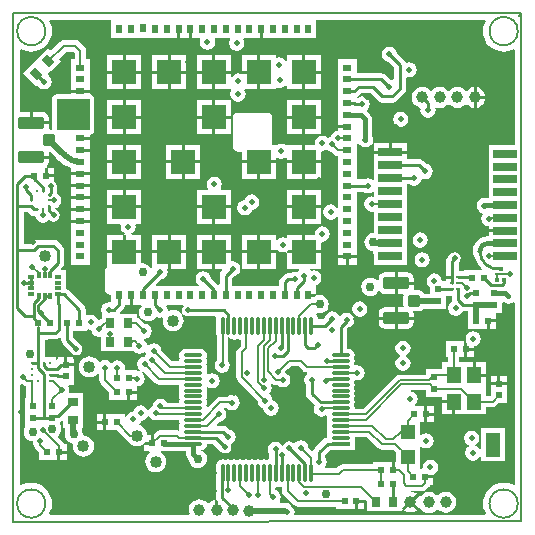
<source format=gtl>
%FSLAX25Y25*%
%MOIN*%
G70*
G01*
G75*
G04 Layer_Physical_Order=1*
G04 Layer_Color=255*
%ADD10C,0.01000*%
%ADD11C,0.01500*%
%ADD12C,0.02000*%
%ADD13C,0.03937*%
%ADD14R,0.08268X0.08268*%
%ADD15R,0.08268X0.08268*%
%ADD16R,0.03150X0.02362*%
%ADD17R,0.02362X0.03150*%
%ADD18R,0.01083X0.00984*%
%ADD19R,0.00984X0.01083*%
%ADD20R,0.01181X0.01890*%
%ADD21R,0.01890X0.01181*%
%ADD22R,0.02362X0.02362*%
%ADD23R,0.02362X0.02362*%
%ADD24R,0.03347X0.02756*%
%ADD25R,0.01083X0.00984*%
%ADD26R,0.00984X0.01083*%
%ADD27R,0.02756X0.03347*%
%ADD28R,0.01378X0.00787*%
%ADD29R,0.01181X0.01181*%
%ADD30R,0.01378X0.00984*%
%ADD31R,0.01378X0.01181*%
G04:AMPARAMS|DCode=32|XSize=39.37mil|YSize=41.34mil|CornerRadius=5.91mil|HoleSize=0mil|Usage=FLASHONLY|Rotation=90.000|XOffset=0mil|YOffset=0mil|HoleType=Round|Shape=RoundedRectangle|*
%AMROUNDEDRECTD32*
21,1,0.03937,0.02953,0,0,90.0*
21,1,0.02756,0.04134,0,0,90.0*
1,1,0.01181,0.01476,0.01378*
1,1,0.01181,0.01476,-0.01378*
1,1,0.01181,-0.01476,-0.01378*
1,1,0.01181,-0.01476,0.01378*
%
%ADD32ROUNDEDRECTD32*%
G04:AMPARAMS|DCode=33|XSize=41.34mil|YSize=86.61mil|CornerRadius=6.2mil|HoleSize=0mil|Usage=FLASHONLY|Rotation=90.000|XOffset=0mil|YOffset=0mil|HoleType=Round|Shape=RoundedRectangle|*
%AMROUNDEDRECTD33*
21,1,0.04134,0.07421,0,0,90.0*
21,1,0.02894,0.08661,0,0,90.0*
1,1,0.01240,0.03711,0.01447*
1,1,0.01240,0.03711,-0.01447*
1,1,0.01240,-0.03711,-0.01447*
1,1,0.01240,-0.03711,0.01447*
%
%ADD33ROUNDEDRECTD33*%
G04:AMPARAMS|DCode=34|XSize=27.56mil|YSize=33.47mil|CornerRadius=0mil|HoleSize=0mil|Usage=FLASHONLY|Rotation=225.000|XOffset=0mil|YOffset=0mil|HoleType=Round|Shape=Rectangle|*
%AMROTATEDRECTD34*
4,1,4,-0.00209,0.02158,0.02158,-0.00209,0.00209,-0.02158,-0.02158,0.00209,-0.00209,0.02158,0.0*
%
%ADD34ROTATEDRECTD34*%

%ADD35O,0.06299X0.01181*%
%ADD36R,0.06299X0.01181*%
%ADD37O,0.01181X0.06299*%
%ADD38R,0.04800X0.05600*%
%ADD39R,0.05000X0.05000*%
%ADD40R,0.05000X0.07874*%
%ADD41R,0.07874X0.02756*%
%ADD42C,0.00600*%
%ADD43C,0.00800*%
%ADD44C,0.00500*%
%ADD45C,0.02000*%
%ADD46C,0.03000*%
%ADD47C,0.04000*%
G36*
X121418Y24356D02*
X122013Y23958D01*
X122130Y23935D01*
X122715Y23818D01*
X126549D01*
X127340Y23027D01*
Y19800D01*
X127091D01*
Y17118D01*
X126091D01*
Y19800D01*
X119973D01*
Y19056D01*
X109875D01*
X109134Y18909D01*
X108505Y18489D01*
X107655Y17639D01*
X104003D01*
X103768Y18080D01*
X104283Y18851D01*
X104477Y19827D01*
X104283Y20802D01*
X103967Y21275D01*
Y22173D01*
X105558Y23763D01*
X113707D01*
Y27617D01*
X113748Y27822D01*
X113858Y27956D01*
X117818D01*
X121418Y24356D01*
D02*
G37*
G36*
X12462Y104588D02*
X13032Y104475D01*
X11838D01*
Y104951D01*
X11919D01*
X12462Y104588D01*
D02*
G37*
G36*
X25469Y130361D02*
X14400D01*
X14400Y140818D01*
X25469D01*
X25469Y130361D01*
D02*
G37*
G36*
X157361Y166684D02*
X157010Y166027D01*
X156617Y164732D01*
X156484Y163386D01*
X156617Y162039D01*
X157010Y160745D01*
X157648Y159552D01*
X158506Y158506D01*
X159552Y157648D01*
X160745Y157010D01*
X162039Y156617D01*
X163386Y156484D01*
X164732Y156617D01*
X166027Y157010D01*
X166684Y157361D01*
X167113Y157104D01*
Y125329D01*
X158396D01*
Y119573D01*
X158396D01*
Y116817D01*
X158396D01*
Y111062D01*
X158396D01*
Y107722D01*
X157348D01*
X156958Y107800D01*
X155982Y107606D01*
X155155Y107053D01*
X154603Y106226D01*
X154409Y105251D01*
X154603Y104275D01*
X155155Y103448D01*
X155982Y102896D01*
X156231Y102846D01*
X156422Y102384D01*
X156084Y101878D01*
X155890Y100902D01*
X156084Y99927D01*
X156636Y99100D01*
X157463Y98548D01*
X158396Y98362D01*
Y98295D01*
X158396D01*
Y97417D01*
X163835D01*
Y96417D01*
X158396D01*
Y95539D01*
X158396D01*
Y94955D01*
X158039D01*
X158005Y94949D01*
X156773Y94786D01*
X155594Y94298D01*
X154581Y93521D01*
X153804Y92508D01*
X153316Y91329D01*
X153149Y90063D01*
X153147D01*
X153322Y89185D01*
X153518Y88891D01*
X153556Y88499D01*
X154013Y86994D01*
X154754Y85608D01*
X155751Y84393D01*
X156051Y84147D01*
X155882Y83676D01*
X154207D01*
Y83676D01*
X150270D01*
Y83332D01*
X148350D01*
Y86053D01*
X148464Y86167D01*
X148906Y86829D01*
X149061Y87609D01*
X148906Y88390D01*
X148464Y89051D01*
X147802Y89493D01*
X147022Y89648D01*
X146242Y89493D01*
X145580Y89051D01*
X144869Y88340D01*
X144722Y88120D01*
X144427Y87678D01*
X144271Y86898D01*
Y83187D01*
X144122D01*
Y81793D01*
X146090D01*
Y80793D01*
X144122D01*
Y79979D01*
X142968D01*
X142859Y80112D01*
X142665Y81088D01*
X142112Y81915D01*
X141286Y82467D01*
X140310Y82661D01*
X139335Y82467D01*
X138508Y81915D01*
X137955Y81088D01*
X137761Y80112D01*
X137955Y79137D01*
X138508Y78310D01*
X138918Y78036D01*
Y75910D01*
X136896D01*
X136545Y76436D01*
X135853Y76898D01*
X135037Y77060D01*
X133654D01*
X133337Y77447D01*
X133429Y77911D01*
Y78858D01*
X128057D01*
Y75749D01*
X129722D01*
X130040Y75363D01*
X129953Y74929D01*
Y72173D01*
X130040Y71739D01*
X129722Y71352D01*
X128057D01*
Y68244D01*
X133429D01*
Y69191D01*
X133265Y70018D01*
X133277Y70041D01*
X135037D01*
X135853Y70204D01*
X136545Y70666D01*
X136642Y70812D01*
X138918D01*
Y70680D01*
X144280D01*
Y74617D01*
Y75259D01*
X146240D01*
Y73652D01*
X146310Y73301D01*
X145598Y72825D01*
X145046Y71998D01*
X144852Y71023D01*
X145046Y70047D01*
X145598Y69221D01*
X146425Y68668D01*
X147401Y68474D01*
X148376Y68668D01*
X149203Y69221D01*
X149756Y70047D01*
X149768Y70111D01*
X149776Y70116D01*
X149776Y70116D01*
Y70116D01*
X149776Y70116D01*
X151599D01*
Y69601D01*
X151578D01*
Y64238D01*
X157696D01*
Y66921D01*
X158195D01*
Y67419D01*
X160878D01*
Y69419D01*
X162941D01*
Y72777D01*
X163381Y73013D01*
X164005Y72596D01*
X164981Y72402D01*
X165956Y72596D01*
X166672Y73075D01*
X167113Y72839D01*
Y12187D01*
X166684Y11930D01*
X166027Y12281D01*
X164732Y12674D01*
X163386Y12807D01*
X162039Y12674D01*
X160745Y12281D01*
X159552Y11644D01*
X158506Y10785D01*
X157648Y9740D01*
X157010Y8546D01*
X156617Y7252D01*
X156484Y5906D01*
X156617Y4559D01*
X157010Y3264D01*
X157361Y2607D01*
X157104Y2178D01*
X93970D01*
X93652Y2565D01*
X93745Y3032D01*
X93551Y4007D01*
X92999Y4834D01*
X92666Y5056D01*
X92444Y5389D01*
X91617Y5942D01*
X90641Y6136D01*
X88958D01*
X88722Y6577D01*
X88988Y6975D01*
X89182Y7951D01*
X88988Y8926D01*
X88436Y9753D01*
X87609Y10306D01*
X87271Y10373D01*
Y11212D01*
X87404Y11321D01*
X88220Y11483D01*
X88388Y11596D01*
X88557Y11483D01*
X89373Y11321D01*
X89506Y11212D01*
Y10153D01*
X89622Y9567D01*
X89645Y9450D01*
X90043Y8855D01*
X93539Y5360D01*
X94134Y4962D01*
X94251Y4939D01*
X94836Y4822D01*
X107663D01*
Y3976D01*
X113781D01*
Y6658D01*
X114280D01*
Y7157D01*
X116962D01*
Y7051D01*
X117424Y7243D01*
X117833Y6833D01*
Y3377D01*
X123589D01*
Y3377D01*
X123589D01*
X123589Y3377D01*
X123739D01*
Y3377D01*
X129495D01*
Y3729D01*
X129943Y3951D01*
X129829Y4038D01*
X129522Y4438D01*
X131949Y6865D01*
D01*
X131950Y6865D01*
X131950Y6866D01*
D01*
X134377Y9293D01*
X134052Y9542D01*
X133209Y9891D01*
X132303Y10010D01*
X132379Y10086D01*
X136317D01*
X136903Y10203D01*
X137020Y10226D01*
X137615Y10623D01*
X138515Y11524D01*
X138781Y11922D01*
X138913Y12119D01*
X138932Y12213D01*
X139899D01*
Y14394D01*
X137217D01*
Y15394D01*
X138914D01*
X138988Y15380D01*
X139062Y15394D01*
X139899D01*
Y15561D01*
X139963Y15574D01*
X140790Y16126D01*
X141343Y16953D01*
X141537Y17929D01*
X141343Y18904D01*
X140790Y19731D01*
X139963Y20284D01*
X138988Y20478D01*
X138012Y20284D01*
X137185Y19731D01*
X136633Y18904D01*
X136439Y17929D01*
X136149Y17575D01*
X135340D01*
Y24761D01*
X135781Y24996D01*
X136539Y24490D01*
X137514Y24296D01*
X138490Y24490D01*
X139317Y25043D01*
X139869Y25870D01*
X140064Y26845D01*
X139869Y27821D01*
X139317Y28647D01*
X138490Y29200D01*
X137514Y29394D01*
X136539Y29200D01*
X135781Y28694D01*
X135340Y28929D01*
Y32984D01*
X136876D01*
Y35664D01*
Y38346D01*
X133821D01*
X133676Y38824D01*
X134002Y39043D01*
X134555Y39870D01*
X134749Y40845D01*
X134555Y41821D01*
X134002Y42648D01*
X133176Y43200D01*
X132200Y43394D01*
Y43436D01*
X132554Y43790D01*
X137417D01*
Y41550D01*
X142779D01*
D01*
X142779D01*
X142866Y41463D01*
Y40416D01*
X146767D01*
Y39917D01*
X147266D01*
Y35616D01*
X149612D01*
Y35616D01*
X157412D01*
Y38081D01*
X159693D01*
X160278Y38198D01*
X160395Y38221D01*
X160990Y38619D01*
X161642Y39271D01*
X164409D01*
Y44633D01*
X164409D01*
Y45389D01*
X159047D01*
Y43208D01*
X159047D01*
Y41866D01*
X158932Y41752D01*
X157412D01*
Y44216D01*
D01*
Y44216D01*
X157412Y44216D01*
Y44347D01*
X157412D01*
Y48147D01*
X153511D01*
Y48646D01*
X153012D01*
Y52947D01*
X148664D01*
Y54666D01*
X150266D01*
Y57346D01*
Y60028D01*
X144148D01*
Y54666D01*
X144994D01*
Y52947D01*
X142866D01*
Y50849D01*
X142779D01*
Y50849D01*
X137417D01*
Y48799D01*
X128876D01*
X128174Y48660D01*
X127578Y48262D01*
X116848Y37532D01*
X113857D01*
X113748Y37665D01*
X113586Y38481D01*
X113473Y38649D01*
X113586Y38818D01*
X113748Y39634D01*
X113586Y40449D01*
X113473Y40618D01*
X113586Y40786D01*
X113748Y41602D01*
X113586Y42418D01*
X113473Y42586D01*
X113586Y42755D01*
X113748Y43571D01*
X113586Y44386D01*
X113473Y44555D01*
X113586Y44723D01*
X113748Y45539D01*
X113586Y46355D01*
X113473Y46523D01*
X113586Y46692D01*
X113602Y46771D01*
X114017Y47049D01*
X114495Y46954D01*
X115470Y47148D01*
X116297Y47701D01*
X116850Y48528D01*
X117043Y49503D01*
X116850Y50479D01*
X116297Y51305D01*
X115470Y51858D01*
X114495Y52052D01*
X114007Y51955D01*
X113591Y52233D01*
X113586Y52260D01*
X113473Y52429D01*
X113586Y52597D01*
X113748Y53413D01*
X113586Y54229D01*
X113473Y54397D01*
X113586Y54566D01*
X113748Y55382D01*
X113586Y56197D01*
X113124Y56889D01*
X112432Y57351D01*
X111617Y57513D01*
X111097D01*
Y64023D01*
X111668Y64594D01*
X112066Y64673D01*
X112893Y65226D01*
X113445Y66053D01*
X113639Y67028D01*
X113445Y68003D01*
X112893Y68831D01*
X112066Y69383D01*
X111090Y69577D01*
X110115Y69383D01*
X109288Y68831D01*
X109089Y68532D01*
X108760Y68467D01*
X108545D01*
X108018Y69256D01*
X107191Y69809D01*
X106215Y70003D01*
X105240Y69809D01*
X104413Y69256D01*
X103860Y68429D01*
X103750Y67871D01*
X103141Y67263D01*
X101347D01*
Y67783D01*
X101184Y68599D01*
X100846Y69105D01*
X101163Y69492D01*
X101284Y69441D01*
X102067Y69338D01*
X102850Y69441D01*
X103580Y69744D01*
X104207Y70225D01*
X104688Y70851D01*
X104990Y71581D01*
X105093Y72364D01*
X104990Y73147D01*
X104688Y73877D01*
X104207Y74504D01*
X103580Y74985D01*
X102850Y75287D01*
X102067Y75390D01*
X101377Y75299D01*
X101001Y75629D01*
Y75170D01*
X100554Y74985D01*
X100281Y74775D01*
X98319D01*
Y75775D01*
X101001D01*
Y78350D01*
X101001D01*
Y78768D01*
X101083Y78785D01*
X101910Y79337D01*
X102463Y80164D01*
X102657Y81140D01*
X102463Y82115D01*
X101910Y82942D01*
X101083Y83495D01*
X100108Y83689D01*
X99133Y83495D01*
X98797Y83996D01*
X98861Y84208D01*
X102379D01*
Y89342D01*
X91111D01*
Y84208D01*
X95074D01*
X95219Y83730D01*
X95165Y83694D01*
X94698Y82994D01*
X93866Y83160D01*
X92891Y82966D01*
X92498Y82703D01*
X91509D01*
X90728Y82547D01*
X90067Y82105D01*
X90067Y82105D01*
X89004Y81043D01*
X89004Y81043D01*
X88739Y80646D01*
X88562Y80381D01*
X88407Y79601D01*
D01*
Y79601D01*
Y78350D01*
X72800D01*
Y81081D01*
X73433Y81714D01*
X73991Y81825D01*
X74818Y82377D01*
X75370Y83204D01*
X75564Y84180D01*
X75370Y85155D01*
X74818Y85982D01*
X73991Y86535D01*
X73015Y86729D01*
X72844Y86695D01*
X72458Y87012D01*
Y89342D01*
X67324D01*
Y84208D01*
X69507D01*
X69698Y83746D01*
X69319Y83367D01*
X68877Y82706D01*
X68722Y81925D01*
Y79005D01*
X68299Y78723D01*
X68260Y78707D01*
X65724Y81243D01*
X65613Y81801D01*
X65060Y82627D01*
X64233Y83180D01*
X63258Y83374D01*
X62282Y83180D01*
X61455Y82627D01*
X60903Y81801D01*
X60709Y80825D01*
X60903Y79850D01*
X61455Y79023D01*
X61746Y78828D01*
X61601Y78350D01*
X56269D01*
Y78350D01*
X47605D01*
X47414Y78812D01*
X49333Y80731D01*
X49891Y80842D01*
X50718Y81394D01*
X51270Y82221D01*
X51464Y83197D01*
X51270Y84172D01*
X51289Y84208D01*
X51363D01*
Y89342D01*
X46229D01*
Y84445D01*
X45739Y84348D01*
X45695Y84454D01*
X45214Y85080D01*
X44587Y85561D01*
X43858Y85864D01*
X43075Y85967D01*
X42912Y85945D01*
X42536Y86275D01*
Y89342D01*
X31269D01*
Y84802D01*
X30862Y84530D01*
X30475Y83951D01*
X30340Y83269D01*
Y77363D01*
X30340Y77363D01*
X30340D01*
X30475Y76680D01*
X30862Y76101D01*
X31441Y75715D01*
X32124Y75579D01*
X32647D01*
Y73317D01*
X32260Y73000D01*
X31778Y73096D01*
X30802Y72902D01*
X29975Y72349D01*
X29423Y71522D01*
X29228Y70547D01*
X29423Y69572D01*
X29482Y69482D01*
X29353Y69240D01*
X29353D01*
X29353Y69240D01*
Y67624D01*
X29074Y67437D01*
X28589Y66953D01*
X28111Y67098D01*
X28061Y67349D01*
X27508Y68176D01*
X26681Y68729D01*
X25706Y68923D01*
X24730Y68729D01*
X24507Y68848D01*
Y68867D01*
X24021D01*
Y70510D01*
X24021Y70510D01*
X23866Y71290D01*
X23424Y71952D01*
X18308Y77067D01*
X17647Y77509D01*
X17337Y77571D01*
Y79440D01*
Y83621D01*
X15996D01*
X15804Y84083D01*
X16329Y84608D01*
X16329Y84608D01*
X16594Y85005D01*
X16771Y85269D01*
X16926Y86050D01*
Y90287D01*
X16926Y90287D01*
X16771Y91067D01*
X16329Y91729D01*
X16329Y91729D01*
X14730Y93328D01*
X14068Y93770D01*
X13288Y93925D01*
X8315D01*
X7535Y93770D01*
X6873Y93328D01*
X6074Y92529D01*
X3360D01*
Y103004D01*
X4991D01*
X5495Y102499D01*
X5861Y102255D01*
Y101900D01*
X7318D01*
X7467Y101154D01*
X8019Y100327D01*
X8846Y99775D01*
X9822Y99581D01*
X10797Y99775D01*
X11624Y100327D01*
X11624Y100327D01*
X11942Y100516D01*
X12604Y100074D01*
X13384Y99918D01*
X14165Y100074D01*
X14826Y100516D01*
X15268Y101177D01*
X15424Y101957D01*
X15268Y102738D01*
X14826Y103399D01*
X13881Y104345D01*
Y104475D01*
X13843D01*
X13881Y104482D01*
Y104483D01*
X14413Y104588D01*
X15240Y105141D01*
X15792Y105968D01*
X15986Y106943D01*
X15792Y107919D01*
X15240Y108746D01*
X14426Y109290D01*
X14468Y109502D01*
Y109502D01*
Y109502D01*
Y111765D01*
X14313Y112545D01*
X13871Y113207D01*
X13618Y113375D01*
Y114643D01*
X10936D01*
Y115142D01*
X10437D01*
Y117825D01*
X11302D01*
X11162Y118285D01*
X11631Y118986D01*
X11795Y119814D01*
Y120761D01*
X5922D01*
Y121761D01*
X11795D01*
Y122707D01*
X11743Y122970D01*
X12184Y123206D01*
X14045Y121345D01*
X14173Y121259D01*
X15307Y120126D01*
X15316Y120119D01*
X16814Y118890D01*
X18532Y117972D01*
X19261Y117751D01*
Y117082D01*
Y116326D01*
X25410D01*
Y117082D01*
Y121019D01*
Y123200D01*
X22335D01*
Y124200D01*
X25410D01*
Y124956D01*
Y127137D01*
X22335D01*
Y128137D01*
X25410D01*
Y128832D01*
X25469D01*
X26054Y128948D01*
X26551Y129280D01*
X26882Y129776D01*
X26999Y130361D01*
X26999Y140818D01*
X26882Y141403D01*
X26551Y141899D01*
X26054Y142231D01*
X25469Y142347D01*
X25410D01*
Y142885D01*
X19261D01*
Y142347D01*
X14400D01*
X13815Y142231D01*
X13318Y141899D01*
X12987Y141403D01*
X12871Y140818D01*
Y139713D01*
X12808Y139239D01*
X12871Y138766D01*
X12871Y130577D01*
X12020D01*
X11703Y130964D01*
X11795Y131428D01*
Y132375D01*
X5922D01*
Y132874D01*
X5423D01*
Y136483D01*
X2212D01*
X2178Y136512D01*
Y157104D01*
X2607Y157361D01*
X3264Y157010D01*
X4559Y156617D01*
X5906Y156484D01*
X7252Y156617D01*
X8546Y157010D01*
X9740Y157648D01*
X10785Y158506D01*
X11644Y159552D01*
X12281Y160745D01*
X12674Y162039D01*
X12807Y163386D01*
X12674Y164732D01*
X12281Y166027D01*
X11930Y166684D01*
X12187Y167113D01*
X32647D01*
Y161177D01*
X41946D01*
Y161188D01*
X44458D01*
Y161177D01*
X54513D01*
Y164252D01*
X55513D01*
Y161177D01*
X58450D01*
Y164252D01*
X59450D01*
Y161177D01*
X62132D01*
X62367Y160736D01*
X62297Y160631D01*
X62103Y159655D01*
X62297Y158680D01*
X62850Y157853D01*
X63677Y157300D01*
X64652Y157106D01*
X65628Y157300D01*
X66455Y157853D01*
X67007Y158680D01*
X67201Y159655D01*
X67007Y160631D01*
X66937Y160736D01*
X67173Y161177D01*
X72031D01*
X72267Y160736D01*
X72019Y160364D01*
X71825Y159389D01*
X72019Y158414D01*
X72571Y157587D01*
X73398Y157034D01*
X74374Y156840D01*
X75349Y157034D01*
X76176Y157587D01*
X76729Y158414D01*
X76923Y159389D01*
X76729Y160364D01*
X76481Y160736D01*
X76716Y161177D01*
X82072D01*
Y164252D01*
X83072D01*
Y161177D01*
X101001D01*
Y167113D01*
X157104D01*
X157361Y166684D01*
D02*
G37*
G36*
X39765Y72200D02*
X42494D01*
X42715Y71752D01*
X42261Y71159D01*
X41958Y70429D01*
X41855Y69646D01*
X41958Y68863D01*
X42261Y68133D01*
X42742Y67507D01*
X43368Y67026D01*
X44098Y66724D01*
X44881Y66620D01*
X45664Y66724D01*
X46394Y67026D01*
X47021Y67507D01*
X47502Y68133D01*
X47692Y68191D01*
X47870Y68072D01*
X48845Y67878D01*
X49338Y67976D01*
X49505Y67907D01*
X49780Y67650D01*
X49678Y66872D01*
X49798Y65958D01*
X50151Y65107D01*
X50712Y64376D01*
X51443Y63815D01*
X52294Y63462D01*
X53208Y63342D01*
X54122Y63462D01*
X54973Y63815D01*
X55704Y64376D01*
X56265Y65107D01*
X56618Y65958D01*
X56738Y66872D01*
X56618Y67786D01*
X56265Y68637D01*
X55704Y69368D01*
X54973Y69929D01*
X54122Y70282D01*
X53208Y70402D01*
X52294Y70282D01*
X51772Y70066D01*
X51386Y70383D01*
X51394Y70427D01*
X51200Y71403D01*
X50962Y71759D01*
X51198Y72200D01*
X56476D01*
X56777Y71749D01*
X56335Y71088D01*
X56180Y70307D01*
X56335Y69527D01*
X56777Y68866D01*
X57438Y68424D01*
X58219Y68268D01*
X67259D01*
X67576Y67882D01*
X67556Y67783D01*
Y62665D01*
X67718Y61849D01*
X67750Y61801D01*
Y53686D01*
X67272Y52970D01*
X67078Y51995D01*
X67272Y51020D01*
X67825Y50193D01*
X68652Y49640D01*
X69627Y49446D01*
X70603Y49640D01*
X71430Y50193D01*
X71982Y51020D01*
X72176Y51995D01*
X71982Y52970D01*
X71625Y53505D01*
Y60508D01*
X71656Y60533D01*
X71625Y60539D01*
Y61801D01*
X71656Y61848D01*
X72117Y61158D01*
X72156Y61132D01*
Y60633D01*
X72472Y60696D01*
X72640Y60808D01*
X72809Y60696D01*
X73625Y60533D01*
X74440Y60696D01*
X74609Y60808D01*
X74777Y60696D01*
X75593Y60533D01*
X75726Y60424D01*
Y58485D01*
X74819Y57577D01*
X74553Y57179D01*
X74421Y56982D01*
X74281Y56279D01*
Y48011D01*
X74398Y47426D01*
X74421Y47309D01*
X74819Y46714D01*
X81366Y40167D01*
X81548Y39249D01*
X82100Y38422D01*
X82928Y37870D01*
X83343Y37787D01*
X83331Y37725D01*
X83525Y36750D01*
X84077Y35923D01*
X84904Y35370D01*
X85879Y35176D01*
X86855Y35370D01*
X87682Y35923D01*
X88235Y36750D01*
X88428Y37725D01*
X88235Y38700D01*
X87682Y39527D01*
X86855Y40080D01*
X86440Y40163D01*
X86452Y40225D01*
X86258Y41200D01*
X85705Y42027D01*
X85293Y42303D01*
Y42604D01*
X85846Y43431D01*
X86040Y44406D01*
X85846Y45382D01*
X85994Y45770D01*
X86274Y45842D01*
Y45842D01*
X86274Y45842D01*
Y45842D01*
Y45842D01*
D01*
X86903Y45422D01*
X87644Y45275D01*
X88153D01*
X88779Y44857D01*
X89754Y44663D01*
X90730Y44857D01*
X91557Y45410D01*
X92109Y46237D01*
X92303Y47212D01*
X92109Y48187D01*
X91557Y49014D01*
X90730Y49567D01*
X90719Y49569D01*
X90621Y49715D01*
X92592Y51686D01*
X95043D01*
X96582Y50147D01*
X96980Y49881D01*
X97177Y49749D01*
X97849Y49615D01*
X97880Y49460D01*
X97880Y49081D01*
X97570Y48873D01*
X97017Y48046D01*
X96823Y47071D01*
X97017Y46095D01*
X97434Y45472D01*
Y42573D01*
X97434Y42573D01*
X97434D01*
X97589Y41792D01*
X98031Y41131D01*
X100498Y38664D01*
X100322Y38401D01*
X100128Y37426D01*
X100322Y36451D01*
X100875Y35624D01*
X101702Y35071D01*
X102678Y34877D01*
X103653Y35071D01*
X104019Y35316D01*
X104459Y35133D01*
X104518Y34938D01*
X104529Y34881D01*
X104540Y34864D01*
X104604Y34655D01*
X104529Y34544D01*
X104367Y33728D01*
X104529Y32912D01*
X104642Y32744D01*
X104529Y32575D01*
X104367Y31760D01*
X104529Y30944D01*
X104642Y30775D01*
X104529Y30607D01*
X104367Y29791D01*
X104529Y28975D01*
X104642Y28807D01*
X104529Y28638D01*
X104367Y27823D01*
X104367Y27822D01*
X104367Y27822D01*
X104361Y27813D01*
X103984Y27738D01*
X103323Y27296D01*
X100486Y24459D01*
X100044Y23798D01*
X100015Y23651D01*
X99537Y23506D01*
X98297Y24745D01*
X98151Y25482D01*
X97598Y26309D01*
X96771Y26862D01*
X95796Y27056D01*
X94820Y26862D01*
X93993Y26309D01*
X93815Y26042D01*
X93317Y25993D01*
X93312Y25999D01*
X92650Y26441D01*
X91870Y26596D01*
X91090Y26441D01*
X90428Y25999D01*
X89986Y25337D01*
X89983Y25320D01*
X89492Y25223D01*
X89146Y25741D01*
X88319Y26294D01*
X87343Y26488D01*
X86368Y26294D01*
X85541Y25741D01*
X84988Y24914D01*
X84794Y23939D01*
X84988Y22963D01*
X85304Y22491D01*
Y20676D01*
X84620Y20540D01*
X84451Y20427D01*
X84283Y20540D01*
X83467Y20702D01*
X82651Y20540D01*
X82483Y20427D01*
X82314Y20540D01*
X81499Y20702D01*
X80683Y20540D01*
X80514Y20427D01*
X80346Y20540D01*
X79530Y20702D01*
X78714Y20540D01*
X78546Y20427D01*
X78377Y20540D01*
X77562Y20702D01*
X76746Y20540D01*
X76577Y20427D01*
X76409Y20540D01*
X75593Y20702D01*
X74777Y20540D01*
X74609Y20427D01*
X74440Y20540D01*
X73625Y20702D01*
X72809Y20540D01*
X72640Y20427D01*
X72472Y20540D01*
X71656Y20702D01*
X70840Y20540D01*
X70672Y20427D01*
X70503Y20540D01*
X69688Y20702D01*
X68872Y20540D01*
X68180Y20078D01*
X67718Y19386D01*
X67556Y18571D01*
Y13452D01*
X67599Y13238D01*
Y7722D01*
X67647Y7477D01*
X67356Y7070D01*
X67719Y7118D01*
X67754Y6942D01*
X68196Y6280D01*
X68268Y6208D01*
Y3625D01*
X67268D01*
Y7059D01*
X66862Y7005D01*
X66018Y6656D01*
X65294Y6100D01*
X65181Y5952D01*
X64681D01*
X64397Y6321D01*
X63673Y6877D01*
X62829Y7227D01*
X61924Y7346D01*
X61018Y7227D01*
X60175Y6877D01*
X59450Y6321D01*
X58894Y5596D01*
X58544Y4753D01*
X58425Y3847D01*
X58544Y2942D01*
X58689Y2594D01*
X58411Y2178D01*
X12187D01*
X11930Y2607D01*
X12281Y3264D01*
X12674Y4559D01*
X12807Y5906D01*
X12674Y7252D01*
X12281Y8546D01*
X11644Y9740D01*
X10785Y10785D01*
X9740Y11644D01*
X8546Y12281D01*
X7252Y12674D01*
X5906Y12807D01*
X4559Y12674D01*
X3264Y12281D01*
X2607Y11930D01*
X2178Y12187D01*
Y45494D01*
X2565Y45811D01*
X3073Y45710D01*
X3345Y45438D01*
X3941Y45040D01*
X4057Y45017D01*
X4158Y44997D01*
Y44694D01*
X4315D01*
Y40949D01*
X3917D01*
Y35587D01*
Y31650D01*
X3917Y31650D01*
X3917D01*
X3978Y31525D01*
X3785Y31273D01*
X3483Y30543D01*
X3380Y29760D01*
X3483Y28977D01*
X3785Y28247D01*
X4266Y27620D01*
X4893Y27139D01*
X5622Y26837D01*
X6337Y26743D01*
X6510Y25876D01*
X6944Y25226D01*
X7075Y24567D01*
X7495Y23939D01*
X8542Y22892D01*
Y20269D01*
X14660D01*
Y22951D01*
X15159D01*
Y23450D01*
X17841D01*
Y25631D01*
X16886D01*
X16882Y25653D01*
X16856Y25787D01*
X16458Y26382D01*
X14774Y28066D01*
X14807Y28565D01*
X15081Y28775D01*
X15562Y29402D01*
X15864Y30132D01*
X15967Y30915D01*
X15864Y31698D01*
X15562Y32428D01*
X15479Y32536D01*
Y33234D01*
X15523Y33243D01*
X16184Y33685D01*
X16196Y33697D01*
X16658Y33506D01*
Y30957D01*
X17282D01*
Y30217D01*
X17144Y29883D01*
X17041Y29100D01*
X17144Y28317D01*
X17446Y27587D01*
X17927Y26960D01*
X18554Y26480D01*
X19284Y26177D01*
X19585Y26138D01*
X19890Y25741D01*
X19804Y25089D01*
X19924Y24175D01*
X20277Y23324D01*
X20838Y22593D01*
X21569Y22032D01*
X22420Y21679D01*
X23334Y21559D01*
X24248Y21679D01*
X25099Y22032D01*
X25830Y22593D01*
X26391Y23324D01*
X26744Y24175D01*
X26864Y25089D01*
X26744Y26002D01*
X26391Y26854D01*
X25830Y27585D01*
X25099Y28146D01*
X24248Y28499D01*
X23334Y28619D01*
X23065Y28888D01*
X23093Y29100D01*
X22990Y29883D01*
X22687Y30613D01*
X22857Y30957D01*
X23005D01*
Y36713D01*
D01*
Y36713D01*
X23005Y36713D01*
X23005Y36863D01*
X23005D01*
Y42619D01*
X18697D01*
X18380Y43005D01*
X18555Y43885D01*
X18361Y44861D01*
X18173Y45143D01*
X18408Y45584D01*
X20049D01*
Y49521D01*
Y51702D01*
X17367D01*
Y52201D01*
X16868D01*
Y54883D01*
X14687D01*
Y54020D01*
X14271Y53742D01*
X14048Y53835D01*
Y54781D01*
X10359D01*
Y60592D01*
X11298D01*
X11354Y60603D01*
X13851D01*
X14631Y60758D01*
X15292Y61200D01*
X15388Y61295D01*
X15849Y61104D01*
Y60532D01*
X15849Y60532D01*
X15849D01*
X16005Y59752D01*
X16447Y59090D01*
X19509Y56029D01*
X20170Y55587D01*
X20951Y55431D01*
X21731Y55587D01*
X22392Y56029D01*
X22834Y56690D01*
X22990Y57471D01*
X22834Y58251D01*
X22392Y58912D01*
X19928Y61377D01*
Y63504D01*
X24507D01*
Y63669D01*
X24893Y63986D01*
X25706Y63825D01*
X25706Y63825D01*
X25706Y63825D01*
X25962Y63654D01*
X26076Y63079D01*
X26629Y62252D01*
X27456Y61700D01*
X28431Y61506D01*
X28878Y61595D01*
X29264Y61278D01*
Y56714D01*
X35020D01*
X35020Y56714D01*
Y56714D01*
X35020D01*
X35170Y56714D01*
X35374Y56714D01*
X35374Y56714D01*
Y56714D01*
X40053D01*
X40192Y56507D01*
X41019Y55954D01*
X41994Y55760D01*
X42970Y55954D01*
X43797Y56507D01*
X44287Y56179D01*
Y55679D01*
X44226Y55638D01*
X43720Y54880D01*
X42789Y54695D01*
X41963Y54143D01*
X41410Y53316D01*
X41216Y52340D01*
X41410Y51365D01*
X41963Y50538D01*
X42180Y50393D01*
X41989Y49931D01*
X41305Y50067D01*
X41285Y50083D01*
Y50493D01*
X37487D01*
X37170Y50880D01*
X37216Y51110D01*
X37022Y52086D01*
X36469Y52913D01*
X35642Y53465D01*
X34667Y53659D01*
X33691Y53465D01*
X32864Y52913D01*
X32404D01*
X32313Y53049D01*
X31486Y53601D01*
X30511Y53795D01*
X29535Y53601D01*
X28708Y53049D01*
D01*
X28351Y53228D01*
X27790Y53960D01*
X27059Y54521D01*
X26208Y54873D01*
X25294Y54994D01*
X24380Y54873D01*
X23529Y54521D01*
X22798Y53960D01*
X22237Y53228D01*
X21884Y52377D01*
X21764Y51463D01*
X21884Y50550D01*
X22237Y49698D01*
X22798Y48967D01*
X23529Y48406D01*
X24380Y48054D01*
X25294Y47933D01*
X26208Y48054D01*
X27059Y48406D01*
X27790Y48967D01*
X28035Y49286D01*
X28132Y49351D01*
X28573Y49116D01*
Y47124D01*
X28573Y47124D01*
X28573D01*
X28721Y46383D01*
X29141Y45754D01*
X31761Y43134D01*
Y40280D01*
X37879D01*
Y42962D01*
X38378D01*
Y43461D01*
X41060D01*
Y44767D01*
X41305Y44969D01*
X42280Y45163D01*
X43107Y45715D01*
X43660Y46542D01*
X43854Y47518D01*
X43660Y48493D01*
X43107Y49320D01*
X42890Y49465D01*
X43081Y49927D01*
X43527Y49839D01*
X47228Y46138D01*
X47228D01*
X47228Y46138D01*
X47228Y46138D01*
Y46138D01*
X47856Y45718D01*
X48598Y45570D01*
X55129D01*
X55155Y45539D01*
X55317Y44723D01*
X55429Y44555D01*
X55317Y44386D01*
X55155Y43571D01*
X55317Y42755D01*
X55429Y42586D01*
X55317Y42418D01*
X55155Y41602D01*
X55317Y40786D01*
X55429Y40618D01*
X55317Y40449D01*
X55155Y39634D01*
X55045Y39500D01*
X51136D01*
X50701Y40151D01*
X49874Y40703D01*
X48898Y40898D01*
X47923Y40703D01*
X47096Y40151D01*
X46543Y39324D01*
X46361Y38405D01*
X45682Y37952D01*
X45181Y37202D01*
X44741D01*
X44672Y37216D01*
X44245Y37854D01*
X43418Y38407D01*
X42443Y38601D01*
X41467Y38407D01*
X40640Y37854D01*
X40088Y37027D01*
X39978Y36475D01*
X39009Y36283D01*
X38182Y35730D01*
X37629Y34903D01*
X37593Y34718D01*
X37095Y34767D01*
Y35754D01*
X30977D01*
Y33072D01*
Y30392D01*
X34355D01*
X37571Y27177D01*
X38022Y26875D01*
X38061Y26781D01*
X38622Y26050D01*
X39353Y25489D01*
X40205Y25137D01*
X41118Y25016D01*
X42032Y25137D01*
X42883Y25489D01*
X43170Y25709D01*
X43618Y25488D01*
Y26054D01*
X43927Y26457D01*
X45799D01*
Y28638D01*
X44636D01*
X44528Y29460D01*
X44175Y30312D01*
X43614Y31043D01*
X42883Y31604D01*
X42032Y31956D01*
X41820Y31984D01*
X41787Y32125D01*
X42339Y32952D01*
X42449Y33504D01*
X43418Y33697D01*
X44245Y34249D01*
X44746Y34999D01*
X45186D01*
X45255Y34985D01*
X45682Y34347D01*
X46509Y33794D01*
X47484Y33600D01*
X48460Y33794D01*
X48560Y33861D01*
X55045D01*
X55155Y33728D01*
X55317Y32912D01*
X55429Y32744D01*
X55317Y32575D01*
X55155Y31759D01*
X55317Y30944D01*
X55429Y30775D01*
X55317Y30607D01*
X55225Y30146D01*
X55186Y30154D01*
X54601Y30270D01*
X48778D01*
X48076Y30131D01*
X47480Y29733D01*
X46385Y28638D01*
X46799D01*
Y25956D01*
X46300D01*
Y25457D01*
X43618D01*
Y23276D01*
X45301D01*
X45461Y22802D01*
X44934Y22397D01*
X44373Y21666D01*
X44020Y20815D01*
X43900Y19901D01*
X44020Y18987D01*
X44373Y18136D01*
X44934Y17405D01*
X45665Y16844D01*
X46516Y16491D01*
X47430Y16371D01*
X48344Y16491D01*
X49195Y16844D01*
X49926Y17405D01*
X50487Y18136D01*
X50840Y18987D01*
X50960Y19901D01*
X50840Y20815D01*
X50487Y21666D01*
X49926Y22397D01*
X49195Y22958D01*
X49258Y23276D01*
X52917D01*
Y23560D01*
X57551D01*
Y22448D01*
X57726Y21570D01*
X58223Y20826D01*
X58223Y20826D01*
X58223Y20826D01*
X58460Y20589D01*
X58530Y20057D01*
X58832Y19328D01*
X59313Y18701D01*
X59940Y18220D01*
X60669Y17918D01*
X61453Y17815D01*
X62236Y17918D01*
X62966Y18220D01*
X63592Y18701D01*
X64073Y19328D01*
X64376Y20057D01*
X64479Y20841D01*
X64376Y21624D01*
X64073Y22354D01*
X63592Y22980D01*
X62966Y23461D01*
X62399Y23696D01*
X62404Y23722D01*
X63220Y23885D01*
X63911Y24347D01*
X64373Y25038D01*
X64521Y25783D01*
X66642D01*
X69165Y23260D01*
X69827Y22818D01*
X70607Y22663D01*
X71387Y22818D01*
X72049Y23260D01*
X72491Y23922D01*
X72646Y24702D01*
X72491Y25482D01*
X72584Y25708D01*
X72610Y25713D01*
X73437Y26265D01*
X73989Y27092D01*
X74183Y28068D01*
X73989Y29043D01*
X73437Y29870D01*
X72610Y30423D01*
X72052Y30533D01*
X71353Y31233D01*
X71353Y31233D01*
X70956Y31498D01*
X70691Y31675D01*
X69911Y31830D01*
X69911D01*
D01*
X67877D01*
X67686Y32292D01*
X68634Y33241D01*
X69372Y33387D01*
X70199Y33940D01*
X70751Y34767D01*
X70945Y35742D01*
X70751Y36718D01*
X70199Y37545D01*
X70278Y37808D01*
X71093D01*
X71110Y37782D01*
X71937Y37230D01*
X72912Y37036D01*
X73888Y37230D01*
X74715Y37782D01*
X75267Y38609D01*
X75461Y39585D01*
X75267Y40560D01*
X74715Y41387D01*
X73888Y41939D01*
X72912Y42134D01*
X71937Y41939D01*
X71246Y41478D01*
X68986D01*
X68284Y41339D01*
X67688Y40941D01*
X64890Y38142D01*
X64412Y38288D01*
X64373Y38481D01*
X64261Y38649D01*
X64373Y38818D01*
X64536Y39634D01*
X64373Y40449D01*
X64261Y40618D01*
X64373Y40786D01*
X64536Y41602D01*
X64373Y42418D01*
X64261Y42586D01*
X64373Y42755D01*
X64536Y43571D01*
X64373Y44386D01*
X64261Y44555D01*
X64373Y44723D01*
X64732Y44872D01*
X65233Y44537D01*
X66209Y44343D01*
X67184Y44537D01*
X68011Y45090D01*
X68563Y45917D01*
X68758Y46892D01*
X68563Y47868D01*
X68011Y48695D01*
X67184Y49247D01*
X66209Y49441D01*
X65233Y49247D01*
X64919Y49038D01*
X64504Y49315D01*
X64536Y49476D01*
X64373Y50292D01*
X64261Y50460D01*
X64373Y50629D01*
X64536Y51445D01*
X64373Y52260D01*
X64261Y52429D01*
X64373Y52597D01*
X64536Y53413D01*
X64373Y54229D01*
X64261Y54397D01*
X64373Y54566D01*
X64536Y55382D01*
X64373Y56197D01*
X63911Y56889D01*
X63220Y57351D01*
X62404Y57513D01*
X57286D01*
X56470Y57351D01*
X55779Y56889D01*
X55317Y56197D01*
X55155Y55382D01*
X55317Y54566D01*
X55429Y54397D01*
X55317Y54229D01*
X55155Y53413D01*
X55129Y53382D01*
X52907D01*
X49248Y57041D01*
X49101Y57778D01*
X48549Y58605D01*
X47722Y59158D01*
X46746Y59352D01*
X45771Y59158D01*
X44944Y58605D01*
X44414Y58960D01*
X44349Y59284D01*
X43797Y60111D01*
X43535Y60286D01*
X43628Y60752D01*
X44604Y60946D01*
X45430Y61498D01*
X45983Y62325D01*
X46177Y63301D01*
X45983Y64276D01*
X45430Y65103D01*
X44604Y65656D01*
X43628Y65850D01*
X43607Y65846D01*
X42123Y67329D01*
X41545Y67716D01*
X41015Y67821D01*
Y69240D01*
X35600D01*
X35409Y69702D01*
X36770Y71063D01*
X37212Y71725D01*
X37297Y72155D01*
X37306Y72200D01*
X38765D01*
Y75276D01*
X39765D01*
Y72200D01*
D02*
G37*
%LPC*%
G36*
X36403Y95476D02*
X31269D01*
Y90342D01*
X36403D01*
Y95476D01*
D02*
G37*
G36*
X72458Y95476D02*
X67324D01*
Y90342D01*
X72458D01*
Y95476D01*
D02*
G37*
G36*
X42536Y104303D02*
X31269D01*
Y99169D01*
X35475D01*
X35792Y98782D01*
X35682Y98224D01*
X35876Y97249D01*
X36428Y96422D01*
X37128Y95954D01*
X36983Y95476D01*
X37403D01*
Y90342D01*
X42536D01*
Y95476D01*
X39478D01*
X39333Y95954D01*
X40033Y96422D01*
X40586Y97249D01*
X40780Y98224D01*
X40668Y98782D01*
X40986Y99169D01*
X42536D01*
Y104303D01*
D02*
G37*
G36*
X57497Y95476D02*
X52363D01*
Y90342D01*
X57497D01*
Y95476D01*
D02*
G37*
G36*
X51363D02*
X46229D01*
Y90342D01*
X51363D01*
Y95476D01*
D02*
G37*
G36*
X66324Y95476D02*
X61190D01*
Y90342D01*
X66324D01*
Y95476D01*
D02*
G37*
G36*
X136265Y89713D02*
X135290Y89519D01*
X134463Y88966D01*
X133910Y88139D01*
X133716Y87164D01*
X133910Y86189D01*
X134463Y85361D01*
X135290Y84809D01*
X136265Y84615D01*
X137241Y84809D01*
X138067Y85361D01*
X138620Y86189D01*
X138814Y87164D01*
X138620Y88139D01*
X138067Y88966D01*
X137241Y89519D01*
X136265Y89713D01*
D02*
G37*
G36*
X87418Y89342D02*
X82284D01*
Y84208D01*
X87418D01*
Y89342D01*
D02*
G37*
G36*
X81284D02*
X76151D01*
Y84208D01*
X81284D01*
Y89342D01*
D02*
G37*
G36*
X114387Y87767D02*
X111812D01*
Y85586D01*
X114387D01*
Y87767D01*
D02*
G37*
G36*
X110812D02*
X108237D01*
Y85586D01*
X110812D01*
Y87767D01*
D02*
G37*
G36*
X25410Y99578D02*
X19261D01*
Y97397D01*
Y93460D01*
Y89523D01*
Y85586D01*
X25410D01*
Y89523D01*
Y93460D01*
Y97397D01*
Y99578D01*
D02*
G37*
G36*
X79435Y109005D02*
X78459Y108811D01*
X77632Y108259D01*
X77080Y107432D01*
X76996Y107011D01*
X76105Y106834D01*
X75278Y106281D01*
X74725Y105455D01*
X74531Y104479D01*
X74725Y103504D01*
X75278Y102677D01*
X76105Y102124D01*
X77080Y101930D01*
X78056Y102124D01*
X78883Y102677D01*
X79435Y103504D01*
X79519Y103924D01*
X80410Y104101D01*
X81237Y104654D01*
X81790Y105481D01*
X81984Y106456D01*
X81790Y107432D01*
X81237Y108259D01*
X80410Y108811D01*
X79435Y109005D01*
D02*
G37*
G36*
X25410Y103515D02*
X19261D01*
Y101334D01*
Y100578D01*
X25410D01*
Y101334D01*
Y103515D01*
D02*
G37*
G36*
X102379Y104303D02*
X97245D01*
Y99169D01*
X102379D01*
Y104303D01*
D02*
G37*
G36*
X42536Y110436D02*
X37403D01*
Y105303D01*
X42536D01*
Y110436D01*
D02*
G37*
G36*
X36403D02*
X31269D01*
Y105303D01*
X36403D01*
Y110436D01*
D02*
G37*
G36*
X25410Y107452D02*
X19261D01*
Y105271D01*
Y104515D01*
X25410D01*
Y105271D01*
Y107452D01*
D02*
G37*
G36*
X96245Y104303D02*
X91111D01*
Y99169D01*
X96245D01*
Y104303D01*
D02*
G37*
G36*
X102956Y98285D02*
X101980Y98090D01*
X101154Y97538D01*
X100601Y96711D01*
X100407Y95736D01*
X100194Y95476D01*
X97245D01*
Y90342D01*
X102379D01*
Y92907D01*
X102765Y93224D01*
X102956Y93186D01*
X103931Y93381D01*
X104758Y93933D01*
X105311Y94760D01*
X105505Y95736D01*
X105311Y96711D01*
X104758Y97538D01*
X103931Y98090D01*
X102956Y98285D01*
D02*
G37*
G36*
X135561Y96285D02*
X134585Y96091D01*
X133758Y95539D01*
X133206Y94712D01*
X133012Y93736D01*
X133206Y92761D01*
X133758Y91934D01*
X134585Y91381D01*
X135561Y91187D01*
X136536Y91381D01*
X137363Y91934D01*
X137916Y92761D01*
X138110Y93736D01*
X137916Y94712D01*
X137363Y95539D01*
X136536Y96091D01*
X135561Y96285D01*
D02*
G37*
G36*
X81284Y95476D02*
X76151D01*
Y90342D01*
X81284D01*
Y95476D01*
D02*
G37*
G36*
X72458Y104303D02*
X67324D01*
Y99169D01*
X72458D01*
Y104303D01*
D02*
G37*
G36*
X66324D02*
X61190D01*
Y99169D01*
X66324D01*
Y104303D01*
D02*
G37*
G36*
X96245Y95476D02*
X91111D01*
Y94829D01*
X90725Y94511D01*
X89810Y94693D01*
X88835Y94499D01*
X88008Y93947D01*
X87897Y93780D01*
X87418Y93925D01*
Y95476D01*
X82284D01*
Y90342D01*
X87418D01*
Y90363D01*
X87897Y90508D01*
X88008Y90342D01*
X88835Y89789D01*
X89810Y89595D01*
X90725Y89777D01*
X91111Y89460D01*
Y90006D01*
X91613Y90342D01*
X91613Y90342D01*
X96245D01*
Y95476D01*
D02*
G37*
G36*
X140058Y38346D02*
X137876D01*
Y36165D01*
X140058D01*
Y38346D01*
D02*
G37*
G36*
X146266Y39417D02*
X142866D01*
Y35616D01*
X146266D01*
Y39417D01*
D02*
G37*
G36*
X29977Y35754D02*
X27796D01*
Y33573D01*
X29977D01*
Y35754D01*
D02*
G37*
G36*
X164409Y48570D02*
X162228D01*
Y46389D01*
X164409D01*
Y48570D01*
D02*
G37*
G36*
X161228D02*
X159047D01*
Y46389D01*
X161228D01*
Y48570D01*
D02*
G37*
G36*
X41060Y42461D02*
X38879D01*
Y40280D01*
X41060D01*
Y42461D01*
D02*
G37*
G36*
X140058Y35165D02*
X137876D01*
Y32984D01*
X140058D01*
Y35165D01*
D02*
G37*
G36*
X144102Y9884D02*
X143197Y9765D01*
X142353Y9416D01*
X141629Y8860D01*
X141515Y8712D01*
X141015D01*
X140989Y8745D01*
X140265Y9301D01*
X139421Y9651D01*
X138516Y9770D01*
X137610Y9651D01*
X136767Y9301D01*
X136042Y8745D01*
X135828Y8466D01*
X135589Y8367D01*
X135252D01*
X135084Y8585D01*
X133010Y6512D01*
X135084Y4438D01*
X134992Y4318D01*
X135230Y4417D01*
X135567D01*
X136042Y3798D01*
X136767Y3242D01*
X137610Y2892D01*
X138516Y2773D01*
X139421Y2892D01*
X140265Y3242D01*
X140989Y3798D01*
X141103Y3946D01*
X141603D01*
X141629Y3912D01*
X142353Y3356D01*
X143197Y3007D01*
X144102Y2887D01*
X145008Y3007D01*
X145852Y3356D01*
X146576Y3912D01*
X147132Y4637D01*
X147482Y5480D01*
X147601Y6386D01*
X147482Y7291D01*
X147132Y8135D01*
X146576Y8860D01*
X145852Y9416D01*
X145008Y9765D01*
X144102Y9884D01*
D02*
G37*
G36*
X116962Y6157D02*
X114781D01*
Y3976D01*
X116962D01*
Y6157D01*
D02*
G37*
G36*
X132303Y5805D02*
X130229Y3731D01*
X130554Y3482D01*
X131398Y3133D01*
X132303Y3013D01*
X133209Y3133D01*
X134052Y3482D01*
X134377Y3731D01*
X132303Y5805D01*
D02*
G37*
G36*
X29977Y32573D02*
X27796D01*
Y30392D01*
X29977D01*
Y32573D01*
D02*
G37*
G36*
X163840Y30961D02*
X155840D01*
Y24050D01*
X155362Y23904D01*
X154901Y24594D01*
X154074Y25147D01*
X153841Y25193D01*
X153754Y25322D01*
X154581Y25875D01*
Y25875D01*
X154581Y25875D01*
X154581Y25875D01*
X155134Y26702D01*
X155328Y27677D01*
X155134Y28653D01*
X154581Y29479D01*
X153754Y30032D01*
X152779Y30226D01*
X151804Y30032D01*
X150977Y29479D01*
X150424Y28653D01*
X150230Y27677D01*
X150424Y26702D01*
X150977Y25875D01*
X151720Y25378D01*
Y24905D01*
X151714Y24873D01*
X151296Y24594D01*
X150744Y23767D01*
X150550Y22792D01*
X150744Y21816D01*
X151296Y20989D01*
X152123Y20437D01*
X153099Y20243D01*
X154074Y20437D01*
X154901Y20989D01*
X155362Y21679D01*
X155840Y21534D01*
Y20087D01*
X163840D01*
Y30961D01*
D02*
G37*
G36*
X17841Y22450D02*
X15660D01*
Y20269D01*
X17841D01*
Y22450D01*
D02*
G37*
G36*
X157412Y52947D02*
X154012D01*
Y49147D01*
X157412D01*
Y52947D01*
D02*
G37*
G36*
X131268Y82966D02*
X128057D01*
Y79858D01*
X133429D01*
Y80805D01*
X133265Y81632D01*
X132796Y82333D01*
X132095Y82802D01*
X131268Y82966D01*
D02*
G37*
G36*
X127057Y71352D02*
X123846D01*
X123019Y71188D01*
X122318Y70719D01*
X121849Y70018D01*
X121685Y69191D01*
Y68244D01*
X127057D01*
Y71352D01*
D02*
G37*
G36*
X115392Y73305D02*
X114416Y73111D01*
X113589Y72558D01*
X113037Y71731D01*
X112843Y70756D01*
X113037Y69780D01*
X113589Y68953D01*
X114416Y68401D01*
X115392Y68207D01*
X116367Y68401D01*
X117194Y68953D01*
X117746Y69780D01*
X117940Y70756D01*
X117746Y71731D01*
X117194Y72558D01*
X116367Y73111D01*
X115392Y73305D01*
D02*
G37*
G36*
X57497Y89342D02*
X52363D01*
Y84208D01*
X57497D01*
Y89342D01*
D02*
G37*
G36*
X66324Y89342D02*
X61190D01*
Y84208D01*
X66324D01*
Y89342D01*
D02*
G37*
G36*
X127057Y82966D02*
X123846D01*
X123019Y82802D01*
X122318Y82333D01*
X121849Y81632D01*
X121685Y80805D01*
Y80273D01*
X121211Y80113D01*
X121069Y80298D01*
X120443Y80779D01*
X119713Y81081D01*
X118930Y81184D01*
X118147Y81081D01*
X117417Y80779D01*
X116790Y80298D01*
X116309Y79671D01*
X116007Y78941D01*
X115904Y78158D01*
X116007Y77375D01*
X116309Y76645D01*
X116790Y76018D01*
X117417Y75538D01*
X118147Y75235D01*
X118930Y75132D01*
X119713Y75235D01*
X120443Y75538D01*
X121069Y76018D01*
X121550Y76645D01*
X121574Y76702D01*
X122072Y76751D01*
X122318Y76382D01*
X123019Y75914D01*
X123846Y75749D01*
X127057D01*
Y79357D01*
Y82966D01*
D02*
G37*
G36*
X160878Y66420D02*
X158696D01*
Y64238D01*
X160878D01*
Y66420D01*
D02*
G37*
G36*
X153447Y56847D02*
X151266D01*
Y54666D01*
X153447D01*
Y56847D01*
D02*
G37*
G36*
X20049Y54883D02*
X17868D01*
Y52702D01*
X20049D01*
Y54883D01*
D02*
G37*
G36*
X129867Y60226D02*
X128891Y60032D01*
X128064Y59479D01*
X127512Y58653D01*
X127318Y57677D01*
X127512Y56702D01*
X128064Y55875D01*
X128734Y55427D01*
Y54927D01*
X128064Y54479D01*
X127512Y53653D01*
X127318Y52677D01*
X127512Y51702D01*
X128064Y50875D01*
X128891Y50322D01*
X129867Y50128D01*
X130842Y50322D01*
X131669Y50875D01*
X132222Y51702D01*
X132416Y52677D01*
X132222Y53653D01*
X131669Y54479D01*
X130842Y55032D01*
Y55322D01*
D01*
X131669Y55875D01*
X132222Y56702D01*
X132416Y57677D01*
X132222Y58653D01*
X131669Y59479D01*
X130842Y60032D01*
X129867Y60226D01*
D02*
G37*
G36*
X133429Y67244D02*
X128057D01*
Y64135D01*
X131268D01*
X132095Y64300D01*
X132796Y64768D01*
X133265Y65470D01*
X133429Y66297D01*
Y67244D01*
D02*
G37*
G36*
X127057D02*
X121685D01*
Y66297D01*
X121849Y65470D01*
X122318Y64768D01*
X123019Y64300D01*
X123846Y64135D01*
X127057D01*
Y67244D01*
D02*
G37*
G36*
X153249Y63395D02*
X152274Y63201D01*
X151447Y62649D01*
X150894Y61822D01*
X150700Y60846D01*
X150786Y60415D01*
X150469Y60028D01*
X150863D01*
X150894Y59871D01*
X151266Y59314D01*
Y57847D01*
X153447D01*
Y58337D01*
X154225Y58491D01*
X155052Y59044D01*
X155604Y59871D01*
X155798Y60846D01*
X155604Y61822D01*
X155052Y62649D01*
X154225Y63201D01*
X153249Y63395D01*
D02*
G37*
G36*
X66963Y114835D02*
X65988Y114641D01*
X65161Y114088D01*
X64608Y113261D01*
X64414Y112286D01*
X64608Y111310D01*
X64897Y110877D01*
X64662Y110436D01*
X61190D01*
Y105303D01*
X72458D01*
Y110436D01*
X69264D01*
X69029Y110877D01*
X69318Y111310D01*
X69512Y112286D01*
X69318Y113261D01*
X68765Y114088D01*
X67939Y114641D01*
X66963Y114835D01*
D02*
G37*
G36*
X36403Y149185D02*
X31269D01*
Y144051D01*
X36403D01*
Y149185D01*
D02*
G37*
G36*
X147992Y144801D02*
X147086Y144681D01*
X146243Y144332D01*
X145518Y143776D01*
X145308Y143503D01*
X144808Y143503D01*
X144599Y143776D01*
X143874Y144332D01*
X143031Y144681D01*
X142125Y144801D01*
X141220Y144681D01*
X140376Y144332D01*
X139651Y143776D01*
X139442Y143503D01*
X138942Y143503D01*
X138732Y143776D01*
X138008Y144332D01*
X137164Y144681D01*
X136258Y144801D01*
X135353Y144681D01*
X134509Y144332D01*
X133785Y143776D01*
X133229Y143051D01*
X132879Y142208D01*
X132760Y141302D01*
X132879Y140397D01*
X133229Y139553D01*
X133785Y138828D01*
X134509Y138272D01*
X135353Y137923D01*
X135448Y137910D01*
X135739Y137504D01*
X135654Y137073D01*
X135848Y136098D01*
X136400Y135271D01*
X137227Y134719D01*
X138203Y134524D01*
X139178Y134719D01*
X140005Y135271D01*
X140558Y136098D01*
X140752Y137073D01*
X140629Y137690D01*
X141015Y138007D01*
X141220Y137923D01*
X142125Y137804D01*
X143031Y137923D01*
X143874Y138272D01*
X144599Y138828D01*
X144808Y139102D01*
X145308Y139102D01*
X145518Y138828D01*
X146243Y138272D01*
X147086Y137923D01*
X147992Y137804D01*
X148897Y137923D01*
X149741Y138272D01*
X150466Y138828D01*
X150675Y139102D01*
X151175D01*
X151385Y138828D01*
X152109Y138272D01*
X152953Y137923D01*
X153358Y137870D01*
Y141301D01*
Y144735D01*
X152953Y144681D01*
X152109Y144332D01*
X151385Y143776D01*
X151175Y143503D01*
X150675D01*
X150466Y143776D01*
X149741Y144332D01*
X148897Y144681D01*
X147992Y144801D01*
D02*
G37*
G36*
X154358Y144735D02*
Y141802D01*
X157291D01*
X157238Y142208D01*
X156888Y143051D01*
X156332Y143776D01*
X155608Y144332D01*
X154764Y144681D01*
X154358Y144735D01*
D02*
G37*
G36*
X57497Y149185D02*
X52363D01*
Y144051D01*
X57497D01*
Y149185D01*
D02*
G37*
G36*
X51363D02*
X46229D01*
Y144051D01*
X51363D01*
Y149185D01*
D02*
G37*
G36*
X42536D02*
X37403D01*
Y144051D01*
X42536D01*
Y149185D01*
D02*
G37*
G36*
X157291Y140802D02*
X154358D01*
Y137870D01*
X154764Y137923D01*
X155608Y138272D01*
X156332Y138828D01*
X156888Y139553D01*
X157238Y140397D01*
X157291Y140802D01*
D02*
G37*
G36*
X42536Y140358D02*
X37403D01*
Y135224D01*
X42536D01*
Y140358D01*
D02*
G37*
G36*
X36403D02*
X31269D01*
Y135224D01*
X36403D01*
Y140358D01*
D02*
G37*
G36*
X72458Y140358D02*
X67324D01*
Y135224D01*
X72458D01*
Y140358D01*
D02*
G37*
G36*
X84424Y136196D02*
X74975D01*
X74925Y136186D01*
X74875Y136196D01*
X74192Y136061D01*
X73613Y135674D01*
X73226Y135095D01*
X73091Y134412D01*
Y124963D01*
X73226Y124280D01*
X73613Y123702D01*
X74192Y123315D01*
X74875Y123179D01*
X74925Y123189D01*
X74975Y123179D01*
X76151D01*
Y120263D01*
X87418D01*
Y121041D01*
X87859Y121276D01*
X88261Y121008D01*
X89237Y120814D01*
X90212Y121008D01*
X90670Y121314D01*
X91111Y121078D01*
Y120263D01*
X96245D01*
Y125397D01*
X91111D01*
Y125397D01*
X90692Y125397D01*
X90212Y125718D01*
X89237Y125912D01*
X88261Y125718D01*
X87782Y125397D01*
X87418Y125397D01*
Y125397D01*
X86562D01*
X86208Y125751D01*
X86208Y134412D01*
X86072Y135095D01*
X85685Y135674D01*
X85107Y136061D01*
X84424Y136196D01*
D02*
G37*
G36*
X102379Y140358D02*
X97245D01*
Y135224D01*
X102379D01*
Y140358D01*
D02*
G37*
G36*
X96245D02*
X91111D01*
Y135224D01*
X96245D01*
Y140358D01*
D02*
G37*
G36*
X66324Y149185D02*
X61190D01*
Y144051D01*
X66324D01*
Y149185D01*
D02*
G37*
G36*
X81284Y155318D02*
X76151D01*
Y150185D01*
X81284D01*
Y155318D01*
D02*
G37*
G36*
X72458D02*
X67324D01*
Y150185D01*
X72458D01*
Y155318D01*
D02*
G37*
G36*
X66324D02*
X61190D01*
Y150185D01*
X66324D01*
Y155318D01*
D02*
G37*
G36*
X20622Y160463D02*
X16753D01*
X16012Y160316D01*
X15383Y159896D01*
X12293Y156806D01*
X11419Y157680D01*
X7493Y153754D01*
X7493D01*
Y153754D01*
X7349Y153610D01*
X7296Y153557D01*
X7243Y153504D01*
X7099Y153360D01*
X7099D01*
Y153360D01*
X3173Y149434D01*
X7661Y144946D01*
X7700Y144986D01*
X8198Y144937D01*
X8325Y144747D01*
X9152Y144195D01*
X10127Y144001D01*
X11103Y144195D01*
X11930Y144747D01*
X12482Y145574D01*
X12676Y146550D01*
X12482Y147525D01*
X11930Y148352D01*
X11740Y148479D01*
X11691Y148977D01*
X11731Y149016D01*
X11731Y149016D01*
X11731D01*
X11836Y149122D01*
X11981Y149266D01*
X11981D01*
Y149266D01*
X15907Y153192D01*
X15033Y154066D01*
X17555Y156589D01*
X19820D01*
X20398Y156010D01*
Y153940D01*
X19261D01*
Y148578D01*
Y144641D01*
Y143885D01*
X25410D01*
Y144641D01*
Y148578D01*
Y153940D01*
X24273D01*
Y156813D01*
X24125Y157554D01*
X23705Y158183D01*
X21992Y159896D01*
X21364Y160316D01*
X20622Y160463D01*
D02*
G37*
G36*
X96245Y155318D02*
X91111D01*
Y153556D01*
X90633Y153410D01*
X90285Y153931D01*
X89458Y154484D01*
X88482Y154678D01*
X87805Y154543D01*
X87418Y154860D01*
Y155318D01*
X82284D01*
Y149683D01*
Y144051D01*
X87418D01*
Y144542D01*
X87852Y144774D01*
X88828Y144580D01*
X89803Y144774D01*
X90630Y145326D01*
X90633Y145331D01*
X91111Y145185D01*
Y144051D01*
X96245D01*
Y149683D01*
Y155318D01*
D02*
G37*
G36*
X102379D02*
X97245D01*
Y150185D01*
X102379D01*
Y155318D01*
D02*
G37*
G36*
X57497D02*
X52363D01*
Y150185D01*
X57497D01*
Y155318D01*
D02*
G37*
G36*
X76150Y149421D02*
X75764Y149104D01*
X74963Y149263D01*
X73988Y149069D01*
X73161Y148517D01*
X72936Y148180D01*
X72458Y148326D01*
Y149185D01*
X67324D01*
Y144051D01*
X72433D01*
D01*
X72433Y144051D01*
X72440Y144038D01*
D01*
X72562Y143810D01*
D01*
X72669Y143610D01*
X72478Y143324D01*
X72284Y142349D01*
X72478Y141373D01*
X73031Y140546D01*
X73858Y139994D01*
X74833Y139800D01*
X75809Y139994D01*
X76635Y140546D01*
X77188Y141373D01*
X77382Y142349D01*
X77188Y143324D01*
X76997Y143610D01*
X77233Y144051D01*
X81284D01*
Y149185D01*
X76150D01*
Y149421D01*
D02*
G37*
G36*
X125283Y158217D02*
X124307Y158023D01*
X123480Y157470D01*
X122928Y156643D01*
X122734Y155668D01*
X122928Y154692D01*
X123480Y153865D01*
X124307Y153313D01*
X124865Y153202D01*
X126754Y151313D01*
Y147269D01*
X126313Y147033D01*
X125985Y147252D01*
X125428Y147363D01*
X124027Y148764D01*
X123365Y149206D01*
X122584Y149361D01*
X114387D01*
Y153940D01*
X108237D01*
Y148578D01*
Y144641D01*
Y140704D01*
X108237D01*
Y136767D01*
Y132830D01*
Y132074D01*
X111313D01*
Y131074D01*
X108237D01*
Y130318D01*
X108237D01*
Y130169D01*
X107346Y129992D01*
X106519Y129440D01*
X105967Y128613D01*
X105869Y128121D01*
X105196Y127987D01*
X104870Y127769D01*
X104789Y127785D01*
X104789Y127785D01*
Y127785D01*
X103962Y128337D01*
X102987Y128531D01*
X102011Y128337D01*
X101184Y127785D01*
X100631Y126958D01*
X100437Y125982D01*
X100477Y125784D01*
X100160Y125397D01*
X97245D01*
Y120263D01*
X102379D01*
Y123160D01*
X102766Y123477D01*
X102987Y123433D01*
X103962Y123627D01*
X104288Y123845D01*
X104369Y123829D01*
X104369Y123829D01*
Y123829D01*
X105196Y123277D01*
X105933Y123130D01*
X106733Y122330D01*
X107153Y122050D01*
X107361Y121910D01*
X107955Y121792D01*
X108103Y121763D01*
X108103D01*
D01*
X108237D01*
Y121019D01*
Y117082D01*
Y113145D01*
Y109208D01*
Y105271D01*
Y104722D01*
X107759Y104577D01*
X107536Y104910D01*
X106709Y105463D01*
X105734Y105657D01*
X104758Y105463D01*
X103931Y104910D01*
X103379Y104083D01*
X103185Y103108D01*
X103379Y102132D01*
X103931Y101305D01*
X104758Y100753D01*
X105734Y100559D01*
X106709Y100753D01*
X107536Y101305D01*
X107759Y101638D01*
X108237Y101493D01*
Y101334D01*
Y97397D01*
Y93460D01*
Y89523D01*
Y88767D01*
X114387D01*
Y89523D01*
Y93460D01*
Y97397D01*
Y101334D01*
Y105271D01*
Y109208D01*
Y109850D01*
X116604D01*
X117076Y109534D01*
X118052Y109340D01*
X119027Y109534D01*
X119766Y110028D01*
X120208Y109793D01*
Y108543D01*
X119821Y108226D01*
X119400Y108309D01*
X118425Y108115D01*
X117598Y107563D01*
X117045Y106736D01*
X116851Y105760D01*
X117045Y104785D01*
X117598Y103958D01*
X118425Y103405D01*
X119400Y103211D01*
X119821Y103295D01*
X120208Y102978D01*
Y98519D01*
Y96290D01*
X119968Y96080D01*
X119185Y95977D01*
X118455Y95675D01*
X117829Y95194D01*
X117348Y94568D01*
X117045Y93838D01*
X116942Y93055D01*
X117045Y92272D01*
X117348Y91542D01*
X117829Y90915D01*
X118455Y90434D01*
X119185Y90132D01*
X119968Y90029D01*
X120208Y88211D01*
Y85527D01*
X131081D01*
Y91283D01*
X131081D01*
Y94189D01*
Y98519D01*
Y102850D01*
X131081D01*
Y108606D01*
X131081D01*
Y111512D01*
X131081D01*
Y112350D01*
X132044D01*
X132516Y112035D01*
X133492Y111841D01*
X134467Y112035D01*
X135294Y112587D01*
X135846Y113414D01*
X135886Y113614D01*
X136309Y114246D01*
X137284Y114052D01*
X138259Y114246D01*
X139086Y114798D01*
X139639Y115625D01*
X139833Y116601D01*
X139639Y117576D01*
X139086Y118403D01*
X138259Y118956D01*
X137702Y119067D01*
X136606Y120162D01*
X135945Y120604D01*
X135164Y120759D01*
X131081D01*
Y121598D01*
X131081D01*
Y122551D01*
X120208D01*
Y120173D01*
X120208D01*
Y115842D01*
Y113986D01*
X119767Y113750D01*
X119027Y114244D01*
X118052Y114438D01*
X117076Y114244D01*
X116604Y113928D01*
X114387D01*
Y117082D01*
Y121019D01*
Y124956D01*
Y126550D01*
X114884Y126599D01*
X114969Y126176D01*
X115521Y125349D01*
X116348Y124797D01*
X117324Y124603D01*
X118299Y124797D01*
X119126Y125349D01*
X119678Y126176D01*
X119872Y127152D01*
X119678Y128127D01*
X119618Y128218D01*
Y133928D01*
X119443Y134806D01*
X118946Y135550D01*
X117828Y136668D01*
X117877Y137165D01*
X118004Y137250D01*
X118556Y138077D01*
X118751Y139053D01*
X118556Y140028D01*
X118004Y140855D01*
X117177Y141408D01*
X116202Y141602D01*
X115226Y141408D01*
X114828Y141142D01*
X114387Y141377D01*
Y141515D01*
X115029Y141943D01*
X115875Y142790D01*
X118895D01*
X120689Y140996D01*
X121513Y140172D01*
D01*
X121513D01*
X121513Y140172D01*
X121513Y140172D01*
X121513D01*
D01*
X121513D01*
X121513Y140172D01*
Y140172D01*
X121513Y140172D01*
Y140172D01*
X122175Y139730D01*
X122955Y139575D01*
X126324D01*
X127104Y139730D01*
X127766Y140172D01*
X130235Y142641D01*
X130677Y143303D01*
X130832Y144083D01*
Y147800D01*
X131219Y148117D01*
X131969Y147968D01*
X132945Y148162D01*
X133772Y148714D01*
X134325Y149541D01*
X134519Y150517D01*
X134325Y151492D01*
X133772Y152319D01*
X132945Y152872D01*
X131969Y153066D01*
X130994Y152872D01*
X130934Y152831D01*
X130677Y152938D01*
X130235Y153599D01*
X127748Y156086D01*
X127638Y156643D01*
X127085Y157470D01*
X126258Y158023D01*
X125283Y158217D01*
D02*
G37*
G36*
X102379Y149185D02*
X97245D01*
Y144051D01*
X102379D01*
Y149185D01*
D02*
G37*
G36*
X51363Y155318D02*
X46229D01*
Y150185D01*
X51363D01*
Y155318D01*
D02*
G37*
G36*
X42536D02*
X37403D01*
Y150185D01*
X42536D01*
Y155318D01*
D02*
G37*
G36*
X36403D02*
X31269D01*
Y150185D01*
X36403D01*
Y155318D01*
D02*
G37*
G36*
X66324Y140358D02*
X61190D01*
Y135224D01*
X66324D01*
Y140358D01*
D02*
G37*
G36*
X87418Y119263D02*
X82284D01*
Y114129D01*
X87418D01*
Y119263D01*
D02*
G37*
G36*
X81284D02*
X76151D01*
Y114129D01*
X81284D01*
Y119263D01*
D02*
G37*
G36*
X62258D02*
X57124D01*
Y114129D01*
X62258D01*
Y119263D01*
D02*
G37*
G36*
X13618Y117824D02*
X11437D01*
Y115643D01*
X13618D01*
Y117824D01*
D02*
G37*
G36*
X102379Y119263D02*
X97245D01*
Y114129D01*
X102379D01*
Y119263D01*
D02*
G37*
G36*
X96245D02*
X91111D01*
Y114129D01*
X96245D01*
Y119263D01*
D02*
G37*
G36*
X56124D02*
X50990D01*
Y114129D01*
X56124D01*
Y119263D01*
D02*
G37*
G36*
X25410Y111389D02*
X19261D01*
Y109208D01*
Y108452D01*
X25410D01*
Y109208D01*
Y111389D01*
D02*
G37*
G36*
X102379Y110436D02*
X97245D01*
Y105303D01*
X102379D01*
Y110436D01*
D02*
G37*
G36*
X96245D02*
X91111D01*
Y105303D01*
X96245D01*
Y110436D01*
D02*
G37*
G36*
X42536Y119263D02*
X37403D01*
Y114129D01*
X42536D01*
Y119263D01*
D02*
G37*
G36*
X36403D02*
X31269D01*
Y114129D01*
X36403D01*
Y119263D01*
D02*
G37*
G36*
X25410Y115326D02*
X19261D01*
Y113145D01*
Y112389D01*
X25410D01*
Y113145D01*
Y115326D01*
D02*
G37*
G36*
X36403Y125397D02*
X31269D01*
Y120263D01*
X36403D01*
Y125397D01*
D02*
G37*
G36*
X96245Y134224D02*
X91111D01*
Y129090D01*
X96245D01*
Y134224D01*
D02*
G37*
G36*
X42536D02*
X37403D01*
Y129090D01*
X42536D01*
Y134224D01*
D02*
G37*
G36*
X36403D02*
X31269D01*
Y129090D01*
X36403D01*
Y134224D01*
D02*
G37*
G36*
X9634Y136483D02*
X6423D01*
Y133375D01*
X11795D01*
Y134322D01*
X11631Y135149D01*
X11162Y135850D01*
X10461Y136319D01*
X9634Y136483D01*
D02*
G37*
G36*
X129033Y136499D02*
X128057Y136305D01*
X127230Y135752D01*
X126678Y134925D01*
X126484Y133950D01*
X126678Y132975D01*
X127230Y132148D01*
X128057Y131595D01*
X129033Y131401D01*
X130008Y131595D01*
X130835Y132148D01*
X131387Y132975D01*
X131581Y133950D01*
X131387Y134925D01*
X130835Y135752D01*
X130008Y136305D01*
X129033Y136499D01*
D02*
G37*
G36*
X102379Y134224D02*
X97245D01*
Y129090D01*
X102379D01*
Y134224D01*
D02*
G37*
G36*
X72458Y134224D02*
X67324D01*
Y129090D01*
X72458D01*
Y134224D01*
D02*
G37*
G36*
X62258Y125397D02*
X57124D01*
Y120263D01*
X62258D01*
Y125397D01*
D02*
G37*
G36*
X56124D02*
X50990D01*
Y120263D01*
X56124D01*
Y125397D01*
D02*
G37*
G36*
X42536D02*
X37403D01*
Y120263D01*
X42536D01*
Y125397D01*
D02*
G37*
G36*
X66324Y134224D02*
X61190D01*
Y129090D01*
X66324D01*
Y134224D01*
D02*
G37*
G36*
X131081Y125929D02*
X126145D01*
Y123551D01*
X131081D01*
Y125929D01*
D02*
G37*
G36*
X125145D02*
X120208D01*
Y123551D01*
X125145D01*
Y125929D01*
D02*
G37*
%LPD*%
D10*
X155441Y90063D02*
G03*
X162377Y84160I5980J0D01*
G01*
X156888Y80995D02*
X159017Y78866D01*
X162847D01*
X1321Y90350D02*
X1460Y90489D01*
X1321Y90350D02*
Y105114D01*
Y70948D02*
Y90350D01*
X10087Y52739D02*
X10087Y52739D01*
X10087Y51704D02*
Y52739D01*
X15952Y52202D02*
X17368D01*
X14472Y50722D02*
X15952Y52202D01*
X12105Y50722D02*
X14472D01*
X13288Y91886D02*
X14887Y90287D01*
X8315Y91886D02*
X13288D01*
X6919Y90489D02*
X8315Y91886D01*
X1460Y90489D02*
X6919D01*
X61287Y70307D02*
X70106D01*
X71656Y65224D02*
Y68757D01*
X70106Y70307D02*
X71656Y68757D01*
X58219Y70307D02*
X61287D01*
X69638Y7722D02*
Y15962D01*
Y7722D02*
X73008Y4352D01*
X69638Y15962D02*
X69688Y16011D01*
X73008Y3669D02*
Y4352D01*
X162847Y78866D02*
X163522Y79541D01*
Y80539D01*
X8317Y70132D02*
X12256Y66192D01*
X8317Y72153D02*
X10364Y74200D01*
X8317Y70132D02*
Y72153D01*
X10364Y74200D02*
Y74995D01*
X1321Y105114D02*
X1392Y105043D01*
X1321Y105114D02*
Y112527D01*
X1392Y105043D02*
X5835D01*
X1321Y112527D02*
X3937Y115143D01*
X11309Y62642D02*
X13851D01*
X15051Y63843D01*
Y72293D01*
X14892Y72453D02*
X15051Y72293D01*
X14892Y72453D02*
Y75625D01*
X17889Y64392D02*
Y66185D01*
Y60532D02*
Y64392D01*
Y60532D02*
X20951Y57471D01*
X14742Y35127D02*
X19356Y39741D01*
X13595Y35127D02*
X14742D01*
X12798Y34331D02*
X13595Y35127D01*
X12798Y34331D02*
X13192D01*
X19356Y39741D02*
X19831D01*
X10087Y34387D02*
Y46735D01*
X8118Y51006D02*
Y52739D01*
Y51006D02*
X10087Y49037D01*
X6150Y52739D02*
X8118D01*
X6150D02*
X6150D01*
X8319Y62631D02*
Y64816D01*
Y52940D02*
Y62631D01*
X11298D01*
X11309Y62642D01*
X8118Y52739D02*
X8319Y52940D01*
X21982Y66341D02*
Y70510D01*
X21826Y66185D02*
X21982Y66341D01*
X6691Y68367D02*
Y72854D01*
Y67759D02*
Y68367D01*
X3902D02*
X6691D01*
X12256Y66131D02*
Y66192D01*
X6691Y72854D02*
X8396Y74559D01*
X6691Y67759D02*
X8261Y66189D01*
X8396Y74559D02*
Y74995D01*
X1321Y70948D02*
X3902Y68367D01*
X12333Y83496D02*
X14887Y86050D01*
Y90287D01*
X5835Y105043D02*
X6937Y103942D01*
X11839Y108912D02*
X12429Y109502D01*
Y111765D01*
X101928Y19827D02*
Y23017D01*
X104765Y25854D01*
X109058D01*
X87343Y15811D02*
Y23939D01*
X89373Y22245D02*
X89379Y22252D01*
X89373Y16011D02*
Y22245D01*
X91870Y24557D02*
X97247Y19180D01*
Y16011D02*
Y19180D01*
X69911Y29791D02*
X71634Y28068D01*
X59845Y29791D02*
X69911D01*
X67487Y27822D02*
X70607Y24702D01*
X59845Y27822D02*
X67487D01*
X99473Y42573D02*
Y47098D01*
Y42573D02*
X102412Y39634D01*
X109058D01*
X87157Y55227D02*
X89952D01*
X91341Y56616D01*
Y65224D01*
X89320Y57652D02*
X89373Y57704D01*
Y65224D01*
X98296Y57674D02*
X100222D01*
X101455Y58908D01*
X97247Y58723D02*
X98296Y57674D01*
X97247Y58723D02*
Y65224D01*
X103986D02*
X106215Y67453D01*
X99215Y65224D02*
X103986D01*
X109058Y55382D02*
Y64867D01*
X111113Y66922D01*
X104749Y47508D02*
X109058D01*
X104144Y46903D02*
X104749Y47508D01*
X126584Y12292D02*
X126617Y12259D01*
Y6550D02*
Y12259D01*
X90446Y75275D02*
Y79601D01*
X91509Y80664D01*
X93814D01*
X93866Y80611D01*
X104338Y53413D02*
X109058D01*
X43202Y75275D02*
Y77484D01*
X47139Y72134D02*
Y75275D01*
Y72134D02*
X48845Y70427D01*
X43202Y77484D02*
X43840Y78122D01*
X48241Y82523D01*
X43840Y78122D02*
X48915Y83197D01*
X35328Y72505D02*
Y75275D01*
X33370Y70547D02*
X35328Y72505D01*
X31778Y70547D02*
X33370D01*
X70761Y75275D02*
Y81925D01*
X73015Y84180D01*
X66824Y75275D02*
Y77259D01*
X63258Y80825D02*
X66824Y77259D01*
X94383Y75275D02*
Y77625D01*
X96968Y80210D01*
Y81891D01*
X122955Y141614D02*
X126324D01*
X128793Y144083D01*
Y152157D01*
X125283Y155668D02*
X128793Y152157D01*
X111312Y147322D02*
X122584D01*
X125010Y144897D01*
X113922Y139053D02*
X116202D01*
X111312Y139448D02*
X113526D01*
X113922Y139053D01*
X141599Y77298D02*
X146252D01*
X146310Y77356D01*
X148279Y81293D02*
X152653D01*
X152951Y80995D01*
X148279Y73652D02*
Y77356D01*
Y73652D02*
X149776Y72155D01*
X154280D01*
X111312Y111889D02*
X118052D01*
X136258Y141302D02*
X138203Y139358D01*
Y137073D02*
Y139358D01*
X125645Y118720D02*
X135164D01*
X137284Y116601D01*
X125645Y114390D02*
X133492D01*
X14892Y75625D02*
X16867D01*
X21982Y70510D01*
Y68423D02*
Y70510D01*
X9822Y109945D02*
Y111355D01*
X7000Y114176D02*
X9822Y111355D01*
X7000Y114176D02*
Y115143D01*
X6937Y103942D02*
X7853D01*
X12333Y82161D02*
Y83496D01*
X12798Y34330D02*
X12798Y34331D01*
X13192Y34724D01*
X10087Y34387D02*
X10144Y34330D01*
X12798D01*
X6598D02*
X10144D01*
X12105Y48753D02*
X14424D01*
X14913Y48265D01*
X17368D01*
X10087Y46735D02*
Y49037D01*
X7452Y149225D02*
X10127Y146550D01*
X152192Y76092D02*
X154280D01*
X151045Y74945D02*
X152192Y76092D01*
X146310Y79325D02*
Y81293D01*
Y86898D01*
X147022Y87609D01*
X11839Y103503D02*
Y104975D01*
Y103503D02*
X13384Y101957D01*
X5837Y77594D02*
X5837Y77594D01*
X3542Y79562D02*
X5837D01*
X5837Y77594D02*
Y81531D01*
X10364Y74995D02*
X12333D01*
X5835Y106943D02*
Y108912D01*
X4287Y110461D02*
X5835Y108912D01*
X4287Y110461D02*
Y111562D01*
X3937Y115143D02*
X7000D01*
X11069Y50722D02*
X12105D01*
X10087Y51704D02*
X11069Y50722D01*
X111312Y143385D02*
X113587D01*
X115031Y144829D01*
X119740D01*
X122131Y142438D01*
X122955Y141614D01*
D11*
X158039Y92661D02*
G03*
X155441Y90063I0J-2598D01*
G01*
X158039Y92661D02*
X163833D01*
X59845Y22448D02*
X61453Y20841D01*
X59845Y22448D02*
Y25854D01*
X50236D02*
X59845D01*
X111312Y135511D02*
X115740D01*
X117324Y133928D01*
Y127152D02*
Y133928D01*
X160259Y76037D02*
X163895D01*
X164981Y74951D01*
X156958Y105251D02*
X157135Y105428D01*
X163833D01*
D12*
X17109Y121928D02*
G03*
X22336Y119763I5226J5226D01*
G01*
X15847Y123147D02*
G03*
X15920Y123117I73J73D01*
G01*
X19831Y29100D02*
Y33835D01*
X78661Y3587D02*
X90641D01*
X15920Y123117D02*
X17109Y121928D01*
X11927Y127068D02*
X15847Y123147D01*
X120287Y92736D02*
X125645D01*
X133561Y73551D02*
X133751Y73361D01*
X141599D01*
X154280Y72155D02*
X160204D01*
X160259Y72100D01*
X154260Y66919D02*
X154280Y66940D01*
Y72155D01*
D13*
X78661Y3587D02*
D03*
X138516Y6272D02*
D03*
X67768Y3626D02*
D03*
X132303Y6512D02*
D03*
X144102Y6386D02*
D03*
X73008Y3669D02*
D03*
X61924Y3847D02*
D03*
X136258Y141302D02*
D03*
X142125D02*
D03*
X147992D02*
D03*
X153858D02*
D03*
D14*
X56624Y119763D02*
D03*
X81784D02*
D03*
X66824Y134724D02*
D03*
X36903Y104803D02*
D03*
Y89842D02*
D03*
X51863D02*
D03*
X66824Y89842D02*
D03*
X81784Y89842D02*
D03*
X96745D02*
D03*
Y104803D02*
D03*
X96745Y119763D02*
D03*
X96745Y134724D02*
D03*
X51863Y149685D02*
D03*
X96745D02*
D03*
X81784D02*
D03*
X66824D02*
D03*
D15*
Y104803D02*
D03*
X36903Y134724D02*
D03*
Y149685D02*
D03*
Y119763D02*
D03*
D16*
X111312Y100078D02*
D03*
Y104015D02*
D03*
Y107952D02*
D03*
Y111889D02*
D03*
Y115826D02*
D03*
Y119763D02*
D03*
Y123700D02*
D03*
Y127637D02*
D03*
X111312Y131574D02*
D03*
Y135511D02*
D03*
Y139448D02*
D03*
X111312Y143385D02*
D03*
Y147322D02*
D03*
Y151259D02*
D03*
X22336Y115826D02*
D03*
Y111889D02*
D03*
Y107952D02*
D03*
Y104015D02*
D03*
Y100078D02*
D03*
Y96141D02*
D03*
Y92204D02*
D03*
Y88267D02*
D03*
Y119763D02*
D03*
Y123700D02*
D03*
Y127637D02*
D03*
Y131574D02*
D03*
Y135511D02*
D03*
Y139448D02*
D03*
Y143385D02*
D03*
Y147322D02*
D03*
Y151259D02*
D03*
X111312Y96141D02*
D03*
Y92204D02*
D03*
Y88267D02*
D03*
D17*
X98320Y164251D02*
D03*
X94383D02*
D03*
X90446D02*
D03*
X86509D02*
D03*
X82572D02*
D03*
X39265D02*
D03*
X43202Y164263D02*
D03*
X47139Y164251D02*
D03*
X51076D02*
D03*
X55013D02*
D03*
X58950D02*
D03*
X62887D02*
D03*
X66824D02*
D03*
X70761D02*
D03*
X74698D02*
D03*
X78635D02*
D03*
X98320Y75275D02*
D03*
X94383D02*
D03*
X90446D02*
D03*
X86509D02*
D03*
X82572D02*
D03*
X78635D02*
D03*
X74698D02*
D03*
X70761D02*
D03*
X66824D02*
D03*
X62887D02*
D03*
X58950D02*
D03*
X55013Y75275D02*
D03*
X51076D02*
D03*
X47139D02*
D03*
X43202Y75275D02*
D03*
X39265D02*
D03*
X35328D02*
D03*
X35328Y164251D02*
D03*
D18*
X6101Y48753D02*
D03*
Y50722D02*
D03*
X12105D02*
D03*
Y48753D02*
D03*
D19*
X6150Y52739D02*
D03*
X8118D02*
D03*
X10087D02*
D03*
X12055D02*
D03*
X12055Y46735D02*
D03*
X10087D02*
D03*
X8118D02*
D03*
X6150D02*
D03*
D20*
X8396Y82161D02*
D03*
X10364D02*
D03*
X12333D02*
D03*
X12333Y74995D02*
D03*
X10364D02*
D03*
X8396D02*
D03*
D21*
X14892Y81531D02*
D03*
Y79562D02*
D03*
Y77594D02*
D03*
X14892Y75625D02*
D03*
X5837D02*
D03*
Y77594D02*
D03*
X5837Y79562D02*
D03*
Y81531D02*
D03*
D22*
X21826Y66185D02*
D03*
X17889D02*
D03*
X7000Y115143D02*
D03*
X10937D02*
D03*
X8319Y66131D02*
D03*
X12256Y66131D02*
D03*
X38379Y42961D02*
D03*
X34442D02*
D03*
X30477Y33073D02*
D03*
X34414D02*
D03*
X34667Y47812D02*
D03*
X38604D02*
D03*
X152951Y80995D02*
D03*
X156888Y80995D02*
D03*
X122647Y12292D02*
D03*
X126584D02*
D03*
X146829Y57347D02*
D03*
X150766D02*
D03*
X114281Y6657D02*
D03*
X110344D02*
D03*
X137218Y14894D02*
D03*
X133281D02*
D03*
X137376Y35665D02*
D03*
X133439D02*
D03*
X50236Y25957D02*
D03*
X46299D02*
D03*
X122654Y17119D02*
D03*
X126591D02*
D03*
X154260Y66919D02*
D03*
X158196D02*
D03*
X15160Y22950D02*
D03*
X11223D02*
D03*
D23*
X17368Y52202D02*
D03*
Y48265D02*
D03*
X6598Y38267D02*
D03*
Y34330D02*
D03*
X12798Y34331D02*
D03*
Y38268D02*
D03*
X141599Y73361D02*
D03*
Y77298D02*
D03*
X154280Y72155D02*
D03*
Y76092D02*
D03*
X161728Y41952D02*
D03*
X161728Y45889D02*
D03*
X140098Y48168D02*
D03*
Y44231D02*
D03*
X160259Y72100D02*
D03*
Y76037D02*
D03*
D24*
X19831Y33835D02*
D03*
X19831Y39741D02*
D03*
D25*
X5835Y105043D02*
D03*
Y106943D02*
D03*
Y108912D02*
D03*
X11839D02*
D03*
Y106943D02*
D03*
Y104975D02*
D03*
D26*
X7853Y109945D02*
D03*
X9822D02*
D03*
Y103942D02*
D03*
X7853D02*
D03*
D27*
X32231Y66067D02*
D03*
X38137Y66067D02*
D03*
X32142Y59888D02*
D03*
X38048Y59888D02*
D03*
X126617Y6550D02*
D03*
X120711D02*
D03*
D28*
X148279Y81293D02*
D03*
Y79325D02*
D03*
Y77356D02*
D03*
X146310D02*
D03*
Y79325D02*
D03*
Y81293D02*
D03*
D29*
X162390Y84083D02*
D03*
D30*
X163522Y82410D02*
D03*
X161258D02*
D03*
D31*
X163522Y80539D02*
D03*
X161258D02*
D03*
D32*
X133561Y73551D02*
D03*
X11927Y127068D02*
D03*
D33*
X127557Y79358D02*
D03*
X127557Y67744D02*
D03*
X5923Y132875D02*
D03*
Y121261D02*
D03*
D34*
X11628Y153401D02*
D03*
X7452Y149225D02*
D03*
D35*
X109058Y33728D02*
D03*
Y27822D02*
D03*
Y29791D02*
D03*
Y31760D02*
D03*
Y35697D02*
D03*
Y37665D02*
D03*
Y39634D02*
D03*
Y41602D02*
D03*
Y43571D02*
D03*
Y45539D02*
D03*
Y47508D02*
D03*
X59845Y55382D02*
D03*
X59845Y53413D02*
D03*
Y51445D02*
D03*
X59845Y49476D02*
D03*
X59845Y47508D02*
D03*
Y45539D02*
D03*
Y43571D02*
D03*
X59845Y41602D02*
D03*
Y39634D02*
D03*
X59845Y37665D02*
D03*
Y35697D02*
D03*
Y33728D02*
D03*
Y31759D02*
D03*
Y29791D02*
D03*
X59845Y27822D02*
D03*
Y25854D02*
D03*
X109058Y49476D02*
D03*
X109058Y53413D02*
D03*
X109058Y51445D02*
D03*
Y55382D02*
D03*
D36*
Y25854D02*
D03*
D37*
X99215Y65224D02*
D03*
X97247D02*
D03*
X95278D02*
D03*
X93310D02*
D03*
X91341D02*
D03*
X89373D02*
D03*
X87404D02*
D03*
X85436D02*
D03*
X83467D02*
D03*
X81499D02*
D03*
X79530D02*
D03*
X77562D02*
D03*
X75593D02*
D03*
X73625D02*
D03*
X71656D02*
D03*
X69688D02*
D03*
Y16011D02*
D03*
X71656Y16011D02*
D03*
X73625D02*
D03*
X75593D02*
D03*
X77562D02*
D03*
X79530D02*
D03*
X81499D02*
D03*
X83467D02*
D03*
X85436D02*
D03*
X87404D02*
D03*
X89373D02*
D03*
X91341D02*
D03*
X93310D02*
D03*
X95278D02*
D03*
X97247D02*
D03*
X99215D02*
D03*
D38*
X146766Y39917D02*
D03*
X146766Y48647D02*
D03*
X153512Y39916D02*
D03*
Y48647D02*
D03*
D39*
X131340Y29811D02*
D03*
X131340Y21311D02*
D03*
D40*
X159840Y25524D02*
D03*
D41*
X125645Y123051D02*
D03*
X125645Y118720D02*
D03*
Y114390D02*
D03*
X125645Y110059D02*
D03*
X125645Y105728D02*
D03*
X125645Y101397D02*
D03*
Y97067D02*
D03*
Y92736D02*
D03*
X125645Y88405D02*
D03*
X163833D02*
D03*
X163833Y92661D02*
D03*
X163833Y96917D02*
D03*
X163833Y101172D02*
D03*
X163833Y105428D02*
D03*
X163833Y109684D02*
D03*
X163833Y113939D02*
D03*
X163833Y118195D02*
D03*
X163833Y122451D02*
D03*
D42*
X161258Y80539D02*
Y82410D01*
X158563Y88405D02*
X163833D01*
X163522Y82410D02*
X165366D01*
X161258D02*
X163522D01*
X137218Y12822D02*
Y14894D01*
X136317Y11921D02*
X137218Y12822D01*
X130937Y11921D02*
X136317D01*
X130020Y12839D02*
X130937Y11921D01*
X130020Y12839D02*
Y15562D01*
X128462Y17119D02*
X130020Y15562D01*
X126591Y17119D02*
X128462D01*
X55213Y27822D02*
X59845D01*
X54601Y28435D02*
X55213Y27822D01*
X48778Y28435D02*
X54601D01*
X46299Y25957D02*
X48778Y28435D01*
X9776Y30469D02*
X15160Y25084D01*
Y22950D02*
Y25084D01*
X71656Y10270D02*
Y16011D01*
Y13364D02*
Y16011D01*
X6150Y38716D02*
Y46735D01*
Y38716D02*
X6598Y38267D01*
X3131Y48248D02*
X4643Y46735D01*
X6150D01*
X12055D02*
X13156D01*
X16006Y43885D01*
X12798Y40677D02*
X16006Y43885D01*
X12798Y38268D02*
Y40677D01*
X6260Y84789D02*
X8396Y82653D01*
Y82161D02*
Y82653D01*
X81499Y8756D02*
Y16011D01*
X85436Y9149D02*
X86633Y7951D01*
X85436Y9149D02*
Y16011D01*
X94836Y6657D02*
X110344D01*
X91341Y10153D02*
X94836Y6657D01*
X91341Y10153D02*
Y16011D01*
X114311Y11475D02*
X115787D01*
X120711Y6550D01*
X96745Y11475D02*
X114311D01*
X95278Y12942D02*
X96745Y11475D01*
X95278Y12942D02*
Y16011D01*
X49582Y37665D02*
X59845D01*
X48898Y38348D02*
X49582Y37665D01*
X47937Y35697D02*
X59845D01*
X47484Y36149D02*
X47937Y35697D01*
X63071Y33728D02*
X68986Y39643D01*
X72854D01*
X59845Y33728D02*
X63071D01*
X81473Y46425D02*
Y58412D01*
Y46425D02*
X83491Y44406D01*
X81473Y58412D02*
X83467Y60406D01*
X83519Y46995D02*
Y58359D01*
X85436Y60276D01*
X95803Y53521D02*
X97880Y51445D01*
X108819D01*
X88084Y49773D02*
X91832Y53521D01*
X95803D01*
X76116Y48011D02*
Y56279D01*
Y48011D02*
X83903Y40225D01*
X76116Y56279D02*
X77562Y57724D01*
Y65224D01*
X83467Y60406D02*
Y65224D01*
X85436Y60276D02*
Y65224D01*
X108819Y51206D02*
X109058Y51445D01*
X102678Y37426D02*
X102916Y37665D01*
X109058D01*
X129335Y45625D02*
X138704D01*
X117438Y33728D02*
X129335Y45625D01*
X109058Y33728D02*
X117438D01*
X128876Y46964D02*
X138353D01*
X117608Y35697D02*
X128876Y46964D01*
X109390Y35697D02*
X117608D01*
X159693Y39916D02*
X161728Y41952D01*
X153512Y39916D02*
X159693D01*
X131340Y29811D02*
Y33566D01*
X133439Y35665D01*
X131340Y16835D02*
Y21311D01*
Y16835D02*
X133281Y14894D01*
X109151Y35458D02*
X109390Y35697D01*
X109058D02*
X109390D01*
X138704Y45625D02*
X140098Y44231D01*
X138353Y46964D02*
X139557Y48168D01*
X146829Y48710D02*
Y57347D01*
X146766Y48647D02*
X146829Y48710D01*
X140577Y48647D02*
X146766D01*
X140098Y48168D02*
X140577Y48647D01*
X139557Y48168D02*
X140098D01*
X149197Y44231D02*
X153512Y39916D01*
X140098Y44231D02*
X149197D01*
X122715Y25653D02*
X127309D01*
X131340Y21311D02*
Y21622D01*
X127309Y25653D02*
X131340Y21622D01*
X118578Y29791D02*
X122715Y25653D01*
X119655Y31760D02*
X124130Y27285D01*
X129028Y29811D02*
X131340D01*
X126501Y27285D02*
X129028Y29811D01*
X124130Y27285D02*
X126501D01*
X109058Y31760D02*
X119655D01*
X109058Y29791D02*
X118578D01*
X11839Y106943D02*
X13437D01*
X9822Y102129D02*
Y103942D01*
X10364Y82161D02*
Y84148D01*
D43*
X69627Y51995D02*
X69688Y52056D01*
Y65224D01*
X8865Y25309D02*
Y26851D01*
Y25309D02*
X11223Y22950D01*
X8865Y26851D02*
X9200Y26517D01*
X75593Y11603D02*
Y16011D01*
Y11603D02*
X78379Y8816D01*
X99215Y15702D02*
X108458D01*
X122654Y12299D02*
Y17119D01*
X122647Y12292D02*
X122654Y12299D01*
X99215Y15702D02*
X99370Y15856D01*
X95796Y24507D02*
X99215Y21088D01*
Y16011D02*
Y21088D01*
X108458Y15702D02*
X109875Y17119D01*
X122654D01*
X46746Y56803D02*
X52105Y51445D01*
X59845D01*
X46028Y53835D02*
X50388Y49476D01*
X59845D01*
X43765Y52340D02*
X48598Y47508D01*
X59845D01*
X64413Y31759D02*
X68396Y35742D01*
X59845Y31759D02*
X64413D01*
X84885Y49971D02*
Y57740D01*
Y49971D02*
X87644Y47212D01*
X84885Y57740D02*
X87404Y60259D01*
X87644Y47212D02*
X89754D01*
X87404Y60259D02*
Y65224D01*
X95278Y68415D02*
X99228Y72364D01*
X95278Y65224D02*
Y68415D01*
X99228Y72364D02*
X102067D01*
X109058Y49476D02*
X114495D01*
X38604Y47812D02*
X41010D01*
X41305Y47518D01*
X34414Y33073D02*
X38940Y28546D01*
X119400Y105760D02*
X119432Y105728D01*
X125645D01*
X148279Y79325D02*
X149561D01*
X151017Y77868D01*
X158439Y100902D02*
X158709Y101172D01*
X163833D01*
X108321Y127637D02*
X111312D01*
X108103Y123700D02*
X111312D01*
X106171Y125632D02*
X108103Y123700D01*
X46028Y53368D02*
Y53835D01*
X32045Y59985D02*
X32142Y59888D01*
X32045Y59985D02*
Y62574D01*
X30444Y66067D02*
X32231D01*
X28431Y64055D02*
X30444Y66067D01*
X22336Y151259D02*
Y156813D01*
X20622Y158526D02*
X22336Y156813D01*
X16753Y158526D02*
X20622D01*
X11628Y153401D02*
X16753Y158526D01*
X30511Y47124D02*
Y51247D01*
X34442Y42961D02*
Y43193D01*
X30511Y47124D02*
X34442Y43193D01*
D44*
X38048Y59888D02*
X38117Y59957D01*
X40346D01*
X41994Y58309D01*
X38048Y59888D02*
X39540D01*
X34667Y47812D02*
Y51110D01*
X40862Y66067D02*
X41955Y64974D01*
X38137Y66067D02*
X40862D01*
X43628Y63301D01*
X168110Y5906D02*
G03*
X168110Y5906I-4724J0D01*
G01*
X10630Y163386D02*
G03*
X10630Y163386I-4724J0D01*
G01*
X168110D02*
G03*
X168110Y163386I-4724J0D01*
G01*
X10630Y5906D02*
G03*
X10630Y5906I-4724J0D01*
G01*
X168484Y168484D02*
X169291Y169291D01*
X-0D02*
X169291D01*
X-0D02*
X0Y0D01*
X169291Y-0D02*
Y169291D01*
X0Y-74D02*
X169291Y-0D01*
D45*
X128600Y164900D02*
D03*
X134000Y159700D02*
D03*
X47300Y65100D02*
D03*
X43700Y95100D02*
D03*
X12500Y143900D02*
D03*
X8400Y142500D02*
D03*
X3500Y142600D02*
D03*
X65400Y123100D02*
D03*
X88000Y128000D02*
D03*
X77400Y38500D02*
D03*
X73600Y42600D02*
D03*
X116100Y38600D02*
D03*
X143500Y28000D02*
D03*
X142300Y34800D02*
D03*
X134000Y55100D02*
D03*
X141700Y57300D02*
D03*
X142300Y63300D02*
D03*
X127600Y62700D02*
D03*
X106100Y63700D02*
D03*
X113100Y63500D02*
D03*
X163400Y131100D02*
D03*
X162700Y138700D02*
D03*
X139000Y155600D02*
D03*
X159200Y152400D02*
D03*
X147200Y156200D02*
D03*
X138200Y163000D02*
D03*
X152700Y162900D02*
D03*
X88700Y133000D02*
D03*
X48300Y122600D02*
D03*
X43800Y126500D02*
D03*
X58400Y148300D02*
D03*
X58200Y153000D02*
D03*
X58400Y158600D02*
D03*
X58200Y142500D02*
D03*
X58400Y136700D02*
D03*
X58500Y130600D02*
D03*
X160600Y62500D02*
D03*
X148800Y16800D02*
D03*
X153700Y16600D02*
D03*
X160900Y17200D02*
D03*
X21000Y54500D02*
D03*
X26600Y56100D02*
D03*
X4900Y16100D02*
D03*
X18500Y10800D02*
D03*
X30500Y14500D02*
D03*
X19000Y5800D02*
D03*
X66900Y10000D02*
D03*
X66700Y16100D02*
D03*
X113800Y57100D02*
D03*
X115900Y45000D02*
D03*
X72500Y32300D02*
D03*
X58600Y82200D02*
D03*
X103400Y108300D02*
D03*
X101900Y113600D02*
D03*
X96300Y126600D02*
D03*
X104900Y130000D02*
D03*
X158563Y88405D02*
D03*
X165366Y82410D02*
D03*
X42598Y4429D02*
D03*
X2654Y36480D02*
D03*
X9776Y30469D02*
D03*
X6433Y93000D02*
D03*
X30097Y101100D02*
D03*
X88654Y35906D02*
D03*
X77948Y49397D02*
D03*
X138516Y6272D02*
D03*
X67768Y3626D02*
D03*
X9091Y69358D02*
D03*
X20951Y57471D02*
D03*
X3131Y48248D02*
D03*
X8865Y26851D02*
D03*
X101928Y19827D02*
D03*
X87157Y55227D02*
D03*
X104144Y46903D02*
D03*
X132200Y40845D02*
D03*
X129867Y52677D02*
D03*
X129867Y57677D02*
D03*
X153249Y60846D02*
D03*
X39984Y33928D02*
D03*
X42443Y36052D02*
D03*
X41994Y58309D02*
D03*
X41305Y47518D02*
D03*
X34667Y51110D02*
D03*
X30511Y51247D02*
D03*
X93866Y80611D02*
D03*
X115392Y70756D02*
D03*
X114495Y49503D02*
D03*
X105734Y103108D02*
D03*
X104338Y53413D02*
D03*
X48845Y70427D02*
D03*
X48915Y83197D02*
D03*
X31778Y70547D02*
D03*
X79435Y106456D02*
D03*
X87343Y23939D02*
D03*
X66963Y112286D02*
D03*
X89810Y92144D02*
D03*
X89320Y57652D02*
D03*
X77080Y104479D02*
D03*
X73015Y84180D02*
D03*
X38230Y98224D02*
D03*
X88084Y49773D02*
D03*
X89237Y123363D02*
D03*
X63258Y80825D02*
D03*
X100108Y81140D02*
D03*
X136265Y87164D02*
D03*
X140310Y80112D02*
D03*
X135561Y93736D02*
D03*
X137514Y26845D02*
D03*
X89379Y22252D02*
D03*
X96968Y81891D02*
D03*
X102987Y125982D02*
D03*
X119400Y105760D02*
D03*
X129033Y133950D02*
D03*
X88482Y152129D02*
D03*
X131969Y150517D02*
D03*
X125010Y144897D02*
D03*
X125283Y155668D02*
D03*
X117324Y127152D02*
D03*
X116202Y139053D02*
D03*
X74833Y142349D02*
D03*
X74963Y146714D02*
D03*
X74374Y159389D02*
D03*
X64652Y159655D02*
D03*
X88828Y147129D02*
D03*
X164981Y74951D02*
D03*
X156958Y105251D02*
D03*
X151017Y77868D02*
D03*
X158439Y100902D02*
D03*
X108321Y127637D02*
D03*
X106171Y125632D02*
D03*
X118052Y111889D02*
D03*
X142125Y141302D02*
D03*
X147992D02*
D03*
X138203Y137073D02*
D03*
X137284Y116601D02*
D03*
X133492Y114390D02*
D03*
X106215Y67453D02*
D03*
X111090Y67028D02*
D03*
X102678Y37426D02*
D03*
X99372Y47071D02*
D03*
X9822Y102129D02*
D03*
X13437Y106943D02*
D03*
X6260Y84789D02*
D03*
X10364Y84148D02*
D03*
X16006Y43885D02*
D03*
X46028Y53835D02*
D03*
X43765Y52340D02*
D03*
X25706Y66374D02*
D03*
X46746Y56803D02*
D03*
X102956Y95736D02*
D03*
X47484Y36149D02*
D03*
X48898Y38348D02*
D03*
X32045Y62574D02*
D03*
X28431Y64055D02*
D03*
X68396Y35742D02*
D03*
X71656Y10270D02*
D03*
X72912Y39585D02*
D03*
X86633Y7951D02*
D03*
X81499Y8756D02*
D03*
X152779Y27677D02*
D03*
X153099Y22792D02*
D03*
X147401Y71023D02*
D03*
X138988Y17929D02*
D03*
X78379Y8816D02*
D03*
X89754Y47212D02*
D03*
X83519Y46995D02*
D03*
X83491Y44406D02*
D03*
X83903Y40225D02*
D03*
X144102Y6386D02*
D03*
X71634Y28068D02*
D03*
X61924Y3847D02*
D03*
X91196Y3032D02*
D03*
X95796Y24507D02*
D03*
X85879Y37725D02*
D03*
X69627Y51995D02*
D03*
X97516Y9352D02*
D03*
X10127Y146550D02*
D03*
X66209Y46892D02*
D03*
X43628Y63301D02*
D03*
X91870Y24557D02*
D03*
X151045Y74945D02*
D03*
X147022Y87609D02*
D03*
X91608Y49863D02*
D03*
X114258Y67451D02*
D03*
X118580Y84274D02*
D03*
X70607Y24702D02*
D03*
X58219Y70307D02*
D03*
X101455Y58908D02*
D03*
X38080Y70252D02*
D03*
X65961Y58395D02*
D03*
X140480Y109418D02*
D03*
X146799Y111712D02*
D03*
X152111Y112247D02*
D03*
X147083Y121428D02*
D03*
X145730Y130826D02*
D03*
X155822Y132555D02*
D03*
X13384Y101957D02*
D03*
X3542Y79562D02*
D03*
X4287Y111562D02*
D03*
X12429Y111765D02*
D03*
X34358Y92169D02*
D03*
X30511Y43187D02*
D03*
X127549Y131297D02*
D03*
X117683Y141425D02*
D03*
X12346Y148997D02*
D03*
D46*
X20067Y29100D02*
D03*
X5476Y55813D02*
D03*
X12941Y30915D02*
D03*
X6406Y29760D02*
D03*
X65101Y88019D02*
D03*
X68631Y107495D02*
D03*
X36156Y107080D02*
D03*
X38333Y122219D02*
D03*
X54127Y122299D02*
D03*
X65582Y151310D02*
D03*
X34873Y151814D02*
D03*
X34801Y136352D02*
D03*
X43075Y82941D02*
D03*
X44881Y69646D02*
D03*
X102067Y72364D02*
D03*
X119968Y93055D02*
D03*
X118930Y78158D02*
D03*
X61453Y20841D02*
D03*
X104272Y9170D02*
D03*
X15834Y139239D02*
D03*
X16346Y135704D02*
D03*
X16291Y131895D02*
D03*
D47*
X41118Y28546D02*
D03*
X25294Y51463D02*
D03*
X47430Y19901D02*
D03*
X23334Y25089D02*
D03*
X53208Y66872D02*
D03*
X10542Y88525D02*
D03*
X28676Y7881D02*
D03*
M02*

</source>
